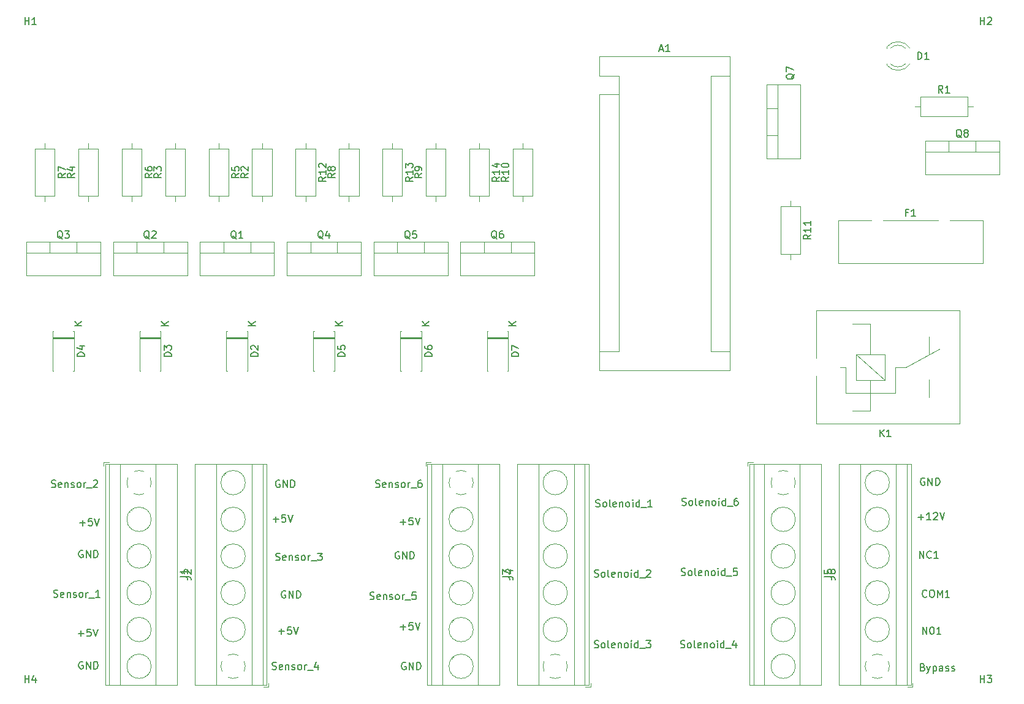
<source format=gto>
G04 #@! TF.GenerationSoftware,KiCad,Pcbnew,5.1.4*
G04 #@! TF.CreationDate,2019-11-04T19:43:57+01:00*
G04 #@! TF.ProjectId,arduino-farm,61726475-696e-46f2-9d66-61726d2e6b69,rev?*
G04 #@! TF.SameCoordinates,Original*
G04 #@! TF.FileFunction,Legend,Top*
G04 #@! TF.FilePolarity,Positive*
%FSLAX46Y46*%
G04 Gerber Fmt 4.6, Leading zero omitted, Abs format (unit mm)*
G04 Created by KiCad (PCBNEW 5.1.4) date 2019-11-04 19:43:57*
%MOMM*%
%LPD*%
G04 APERTURE LIST*
%ADD10C,0.150000*%
%ADD11C,0.120000*%
G04 APERTURE END LIST*
D10*
X183276190Y-145528571D02*
X183419047Y-145576190D01*
X183466666Y-145623809D01*
X183514285Y-145719047D01*
X183514285Y-145861904D01*
X183466666Y-145957142D01*
X183419047Y-146004761D01*
X183323809Y-146052380D01*
X182942857Y-146052380D01*
X182942857Y-145052380D01*
X183276190Y-145052380D01*
X183371428Y-145100000D01*
X183419047Y-145147619D01*
X183466666Y-145242857D01*
X183466666Y-145338095D01*
X183419047Y-145433333D01*
X183371428Y-145480952D01*
X183276190Y-145528571D01*
X182942857Y-145528571D01*
X183847619Y-145385714D02*
X184085714Y-146052380D01*
X184323809Y-145385714D02*
X184085714Y-146052380D01*
X183990476Y-146290476D01*
X183942857Y-146338095D01*
X183847619Y-146385714D01*
X184704761Y-145385714D02*
X184704761Y-146385714D01*
X184704761Y-145433333D02*
X184800000Y-145385714D01*
X184990476Y-145385714D01*
X185085714Y-145433333D01*
X185133333Y-145480952D01*
X185180952Y-145576190D01*
X185180952Y-145861904D01*
X185133333Y-145957142D01*
X185085714Y-146004761D01*
X184990476Y-146052380D01*
X184800000Y-146052380D01*
X184704761Y-146004761D01*
X186038095Y-146052380D02*
X186038095Y-145528571D01*
X185990476Y-145433333D01*
X185895238Y-145385714D01*
X185704761Y-145385714D01*
X185609523Y-145433333D01*
X186038095Y-146004761D02*
X185942857Y-146052380D01*
X185704761Y-146052380D01*
X185609523Y-146004761D01*
X185561904Y-145909523D01*
X185561904Y-145814285D01*
X185609523Y-145719047D01*
X185704761Y-145671428D01*
X185942857Y-145671428D01*
X186038095Y-145623809D01*
X186466666Y-146004761D02*
X186561904Y-146052380D01*
X186752380Y-146052380D01*
X186847619Y-146004761D01*
X186895238Y-145909523D01*
X186895238Y-145861904D01*
X186847619Y-145766666D01*
X186752380Y-145719047D01*
X186609523Y-145719047D01*
X186514285Y-145671428D01*
X186466666Y-145576190D01*
X186466666Y-145528571D01*
X186514285Y-145433333D01*
X186609523Y-145385714D01*
X186752380Y-145385714D01*
X186847619Y-145433333D01*
X187276190Y-146004761D02*
X187371428Y-146052380D01*
X187561904Y-146052380D01*
X187657142Y-146004761D01*
X187704761Y-145909523D01*
X187704761Y-145861904D01*
X187657142Y-145766666D01*
X187561904Y-145719047D01*
X187419047Y-145719047D01*
X187323809Y-145671428D01*
X187276190Y-145576190D01*
X187276190Y-145528571D01*
X187323809Y-145433333D01*
X187419047Y-145385714D01*
X187561904Y-145385714D01*
X187657142Y-145433333D01*
X183261904Y-140952380D02*
X183261904Y-139952380D01*
X183833333Y-140952380D01*
X183833333Y-139952380D01*
X184500000Y-139952380D02*
X184595238Y-139952380D01*
X184690476Y-140000000D01*
X184738095Y-140047619D01*
X184785714Y-140142857D01*
X184833333Y-140333333D01*
X184833333Y-140571428D01*
X184785714Y-140761904D01*
X184738095Y-140857142D01*
X184690476Y-140904761D01*
X184595238Y-140952380D01*
X184500000Y-140952380D01*
X184404761Y-140904761D01*
X184357142Y-140857142D01*
X184309523Y-140761904D01*
X184261904Y-140571428D01*
X184261904Y-140333333D01*
X184309523Y-140142857D01*
X184357142Y-140047619D01*
X184404761Y-140000000D01*
X184500000Y-139952380D01*
X185785714Y-140952380D02*
X185214285Y-140952380D01*
X185500000Y-140952380D02*
X185500000Y-139952380D01*
X185404761Y-140095238D01*
X185309523Y-140190476D01*
X185214285Y-140238095D01*
X183838095Y-135757142D02*
X183790476Y-135804761D01*
X183647619Y-135852380D01*
X183552380Y-135852380D01*
X183409523Y-135804761D01*
X183314285Y-135709523D01*
X183266666Y-135614285D01*
X183219047Y-135423809D01*
X183219047Y-135280952D01*
X183266666Y-135090476D01*
X183314285Y-134995238D01*
X183409523Y-134900000D01*
X183552380Y-134852380D01*
X183647619Y-134852380D01*
X183790476Y-134900000D01*
X183838095Y-134947619D01*
X184457142Y-134852380D02*
X184647619Y-134852380D01*
X184742857Y-134900000D01*
X184838095Y-134995238D01*
X184885714Y-135185714D01*
X184885714Y-135519047D01*
X184838095Y-135709523D01*
X184742857Y-135804761D01*
X184647619Y-135852380D01*
X184457142Y-135852380D01*
X184361904Y-135804761D01*
X184266666Y-135709523D01*
X184219047Y-135519047D01*
X184219047Y-135185714D01*
X184266666Y-134995238D01*
X184361904Y-134900000D01*
X184457142Y-134852380D01*
X185314285Y-135852380D02*
X185314285Y-134852380D01*
X185647619Y-135566666D01*
X185980952Y-134852380D01*
X185980952Y-135852380D01*
X186980952Y-135852380D02*
X186409523Y-135852380D01*
X186695238Y-135852380D02*
X186695238Y-134852380D01*
X186600000Y-134995238D01*
X186504761Y-135090476D01*
X186409523Y-135138095D01*
X182838095Y-130452380D02*
X182838095Y-129452380D01*
X183409523Y-130452380D01*
X183409523Y-129452380D01*
X184457142Y-130357142D02*
X184409523Y-130404761D01*
X184266666Y-130452380D01*
X184171428Y-130452380D01*
X184028571Y-130404761D01*
X183933333Y-130309523D01*
X183885714Y-130214285D01*
X183838095Y-130023809D01*
X183838095Y-129880952D01*
X183885714Y-129690476D01*
X183933333Y-129595238D01*
X184028571Y-129500000D01*
X184171428Y-129452380D01*
X184266666Y-129452380D01*
X184409523Y-129500000D01*
X184457142Y-129547619D01*
X185409523Y-130452380D02*
X184838095Y-130452380D01*
X185123809Y-130452380D02*
X185123809Y-129452380D01*
X185028571Y-129595238D01*
X184933333Y-129690476D01*
X184838095Y-129738095D01*
X182638095Y-124771428D02*
X183400000Y-124771428D01*
X183019047Y-125152380D02*
X183019047Y-124390476D01*
X184400000Y-125152380D02*
X183828571Y-125152380D01*
X184114285Y-125152380D02*
X184114285Y-124152380D01*
X184019047Y-124295238D01*
X183923809Y-124390476D01*
X183828571Y-124438095D01*
X184780952Y-124247619D02*
X184828571Y-124200000D01*
X184923809Y-124152380D01*
X185161904Y-124152380D01*
X185257142Y-124200000D01*
X185304761Y-124247619D01*
X185352380Y-124342857D01*
X185352380Y-124438095D01*
X185304761Y-124580952D01*
X184733333Y-125152380D01*
X185352380Y-125152380D01*
X185638095Y-124152380D02*
X185971428Y-125152380D01*
X186304761Y-124152380D01*
X62909523Y-120604761D02*
X63052380Y-120652380D01*
X63290476Y-120652380D01*
X63385714Y-120604761D01*
X63433333Y-120557142D01*
X63480952Y-120461904D01*
X63480952Y-120366666D01*
X63433333Y-120271428D01*
X63385714Y-120223809D01*
X63290476Y-120176190D01*
X63100000Y-120128571D01*
X63004761Y-120080952D01*
X62957142Y-120033333D01*
X62909523Y-119938095D01*
X62909523Y-119842857D01*
X62957142Y-119747619D01*
X63004761Y-119700000D01*
X63100000Y-119652380D01*
X63338095Y-119652380D01*
X63480952Y-119700000D01*
X64290476Y-120604761D02*
X64195238Y-120652380D01*
X64004761Y-120652380D01*
X63909523Y-120604761D01*
X63861904Y-120509523D01*
X63861904Y-120128571D01*
X63909523Y-120033333D01*
X64004761Y-119985714D01*
X64195238Y-119985714D01*
X64290476Y-120033333D01*
X64338095Y-120128571D01*
X64338095Y-120223809D01*
X63861904Y-120319047D01*
X64766666Y-119985714D02*
X64766666Y-120652380D01*
X64766666Y-120080952D02*
X64814285Y-120033333D01*
X64909523Y-119985714D01*
X65052380Y-119985714D01*
X65147619Y-120033333D01*
X65195238Y-120128571D01*
X65195238Y-120652380D01*
X65623809Y-120604761D02*
X65719047Y-120652380D01*
X65909523Y-120652380D01*
X66004761Y-120604761D01*
X66052380Y-120509523D01*
X66052380Y-120461904D01*
X66004761Y-120366666D01*
X65909523Y-120319047D01*
X65766666Y-120319047D01*
X65671428Y-120271428D01*
X65623809Y-120176190D01*
X65623809Y-120128571D01*
X65671428Y-120033333D01*
X65766666Y-119985714D01*
X65909523Y-119985714D01*
X66004761Y-120033333D01*
X66623809Y-120652380D02*
X66528571Y-120604761D01*
X66480952Y-120557142D01*
X66433333Y-120461904D01*
X66433333Y-120176190D01*
X66480952Y-120080952D01*
X66528571Y-120033333D01*
X66623809Y-119985714D01*
X66766666Y-119985714D01*
X66861904Y-120033333D01*
X66909523Y-120080952D01*
X66957142Y-120176190D01*
X66957142Y-120461904D01*
X66909523Y-120557142D01*
X66861904Y-120604761D01*
X66766666Y-120652380D01*
X66623809Y-120652380D01*
X67385714Y-120652380D02*
X67385714Y-119985714D01*
X67385714Y-120176190D02*
X67433333Y-120080952D01*
X67480952Y-120033333D01*
X67576190Y-119985714D01*
X67671428Y-119985714D01*
X67766666Y-120747619D02*
X68528571Y-120747619D01*
X68719047Y-119747619D02*
X68766666Y-119700000D01*
X68861904Y-119652380D01*
X69100000Y-119652380D01*
X69195238Y-119700000D01*
X69242857Y-119747619D01*
X69290476Y-119842857D01*
X69290476Y-119938095D01*
X69242857Y-120080952D01*
X68671428Y-120652380D01*
X69290476Y-120652380D01*
X63209523Y-135804761D02*
X63352380Y-135852380D01*
X63590476Y-135852380D01*
X63685714Y-135804761D01*
X63733333Y-135757142D01*
X63780952Y-135661904D01*
X63780952Y-135566666D01*
X63733333Y-135471428D01*
X63685714Y-135423809D01*
X63590476Y-135376190D01*
X63400000Y-135328571D01*
X63304761Y-135280952D01*
X63257142Y-135233333D01*
X63209523Y-135138095D01*
X63209523Y-135042857D01*
X63257142Y-134947619D01*
X63304761Y-134900000D01*
X63400000Y-134852380D01*
X63638095Y-134852380D01*
X63780952Y-134900000D01*
X64590476Y-135804761D02*
X64495238Y-135852380D01*
X64304761Y-135852380D01*
X64209523Y-135804761D01*
X64161904Y-135709523D01*
X64161904Y-135328571D01*
X64209523Y-135233333D01*
X64304761Y-135185714D01*
X64495238Y-135185714D01*
X64590476Y-135233333D01*
X64638095Y-135328571D01*
X64638095Y-135423809D01*
X64161904Y-135519047D01*
X65066666Y-135185714D02*
X65066666Y-135852380D01*
X65066666Y-135280952D02*
X65114285Y-135233333D01*
X65209523Y-135185714D01*
X65352380Y-135185714D01*
X65447619Y-135233333D01*
X65495238Y-135328571D01*
X65495238Y-135852380D01*
X65923809Y-135804761D02*
X66019047Y-135852380D01*
X66209523Y-135852380D01*
X66304761Y-135804761D01*
X66352380Y-135709523D01*
X66352380Y-135661904D01*
X66304761Y-135566666D01*
X66209523Y-135519047D01*
X66066666Y-135519047D01*
X65971428Y-135471428D01*
X65923809Y-135376190D01*
X65923809Y-135328571D01*
X65971428Y-135233333D01*
X66066666Y-135185714D01*
X66209523Y-135185714D01*
X66304761Y-135233333D01*
X66923809Y-135852380D02*
X66828571Y-135804761D01*
X66780952Y-135757142D01*
X66733333Y-135661904D01*
X66733333Y-135376190D01*
X66780952Y-135280952D01*
X66828571Y-135233333D01*
X66923809Y-135185714D01*
X67066666Y-135185714D01*
X67161904Y-135233333D01*
X67209523Y-135280952D01*
X67257142Y-135376190D01*
X67257142Y-135661904D01*
X67209523Y-135757142D01*
X67161904Y-135804761D01*
X67066666Y-135852380D01*
X66923809Y-135852380D01*
X67685714Y-135852380D02*
X67685714Y-135185714D01*
X67685714Y-135376190D02*
X67733333Y-135280952D01*
X67780952Y-135233333D01*
X67876190Y-135185714D01*
X67971428Y-135185714D01*
X68066666Y-135947619D02*
X68828571Y-135947619D01*
X69590476Y-135852380D02*
X69019047Y-135852380D01*
X69304761Y-135852380D02*
X69304761Y-134852380D01*
X69209523Y-134995238D01*
X69114285Y-135090476D01*
X69019047Y-135138095D01*
X93909523Y-130704761D02*
X94052380Y-130752380D01*
X94290476Y-130752380D01*
X94385714Y-130704761D01*
X94433333Y-130657142D01*
X94480952Y-130561904D01*
X94480952Y-130466666D01*
X94433333Y-130371428D01*
X94385714Y-130323809D01*
X94290476Y-130276190D01*
X94100000Y-130228571D01*
X94004761Y-130180952D01*
X93957142Y-130133333D01*
X93909523Y-130038095D01*
X93909523Y-129942857D01*
X93957142Y-129847619D01*
X94004761Y-129800000D01*
X94100000Y-129752380D01*
X94338095Y-129752380D01*
X94480952Y-129800000D01*
X95290476Y-130704761D02*
X95195238Y-130752380D01*
X95004761Y-130752380D01*
X94909523Y-130704761D01*
X94861904Y-130609523D01*
X94861904Y-130228571D01*
X94909523Y-130133333D01*
X95004761Y-130085714D01*
X95195238Y-130085714D01*
X95290476Y-130133333D01*
X95338095Y-130228571D01*
X95338095Y-130323809D01*
X94861904Y-130419047D01*
X95766666Y-130085714D02*
X95766666Y-130752380D01*
X95766666Y-130180952D02*
X95814285Y-130133333D01*
X95909523Y-130085714D01*
X96052380Y-130085714D01*
X96147619Y-130133333D01*
X96195238Y-130228571D01*
X96195238Y-130752380D01*
X96623809Y-130704761D02*
X96719047Y-130752380D01*
X96909523Y-130752380D01*
X97004761Y-130704761D01*
X97052380Y-130609523D01*
X97052380Y-130561904D01*
X97004761Y-130466666D01*
X96909523Y-130419047D01*
X96766666Y-130419047D01*
X96671428Y-130371428D01*
X96623809Y-130276190D01*
X96623809Y-130228571D01*
X96671428Y-130133333D01*
X96766666Y-130085714D01*
X96909523Y-130085714D01*
X97004761Y-130133333D01*
X97623809Y-130752380D02*
X97528571Y-130704761D01*
X97480952Y-130657142D01*
X97433333Y-130561904D01*
X97433333Y-130276190D01*
X97480952Y-130180952D01*
X97528571Y-130133333D01*
X97623809Y-130085714D01*
X97766666Y-130085714D01*
X97861904Y-130133333D01*
X97909523Y-130180952D01*
X97957142Y-130276190D01*
X97957142Y-130561904D01*
X97909523Y-130657142D01*
X97861904Y-130704761D01*
X97766666Y-130752380D01*
X97623809Y-130752380D01*
X98385714Y-130752380D02*
X98385714Y-130085714D01*
X98385714Y-130276190D02*
X98433333Y-130180952D01*
X98480952Y-130133333D01*
X98576190Y-130085714D01*
X98671428Y-130085714D01*
X98766666Y-130847619D02*
X99528571Y-130847619D01*
X99671428Y-129752380D02*
X100290476Y-129752380D01*
X99957142Y-130133333D01*
X100100000Y-130133333D01*
X100195238Y-130180952D01*
X100242857Y-130228571D01*
X100290476Y-130323809D01*
X100290476Y-130561904D01*
X100242857Y-130657142D01*
X100195238Y-130704761D01*
X100100000Y-130752380D01*
X99814285Y-130752380D01*
X99719047Y-130704761D01*
X99671428Y-130657142D01*
X93409523Y-145804761D02*
X93552380Y-145852380D01*
X93790476Y-145852380D01*
X93885714Y-145804761D01*
X93933333Y-145757142D01*
X93980952Y-145661904D01*
X93980952Y-145566666D01*
X93933333Y-145471428D01*
X93885714Y-145423809D01*
X93790476Y-145376190D01*
X93600000Y-145328571D01*
X93504761Y-145280952D01*
X93457142Y-145233333D01*
X93409523Y-145138095D01*
X93409523Y-145042857D01*
X93457142Y-144947619D01*
X93504761Y-144900000D01*
X93600000Y-144852380D01*
X93838095Y-144852380D01*
X93980952Y-144900000D01*
X94790476Y-145804761D02*
X94695238Y-145852380D01*
X94504761Y-145852380D01*
X94409523Y-145804761D01*
X94361904Y-145709523D01*
X94361904Y-145328571D01*
X94409523Y-145233333D01*
X94504761Y-145185714D01*
X94695238Y-145185714D01*
X94790476Y-145233333D01*
X94838095Y-145328571D01*
X94838095Y-145423809D01*
X94361904Y-145519047D01*
X95266666Y-145185714D02*
X95266666Y-145852380D01*
X95266666Y-145280952D02*
X95314285Y-145233333D01*
X95409523Y-145185714D01*
X95552380Y-145185714D01*
X95647619Y-145233333D01*
X95695238Y-145328571D01*
X95695238Y-145852380D01*
X96123809Y-145804761D02*
X96219047Y-145852380D01*
X96409523Y-145852380D01*
X96504761Y-145804761D01*
X96552380Y-145709523D01*
X96552380Y-145661904D01*
X96504761Y-145566666D01*
X96409523Y-145519047D01*
X96266666Y-145519047D01*
X96171428Y-145471428D01*
X96123809Y-145376190D01*
X96123809Y-145328571D01*
X96171428Y-145233333D01*
X96266666Y-145185714D01*
X96409523Y-145185714D01*
X96504761Y-145233333D01*
X97123809Y-145852380D02*
X97028571Y-145804761D01*
X96980952Y-145757142D01*
X96933333Y-145661904D01*
X96933333Y-145376190D01*
X96980952Y-145280952D01*
X97028571Y-145233333D01*
X97123809Y-145185714D01*
X97266666Y-145185714D01*
X97361904Y-145233333D01*
X97409523Y-145280952D01*
X97457142Y-145376190D01*
X97457142Y-145661904D01*
X97409523Y-145757142D01*
X97361904Y-145804761D01*
X97266666Y-145852380D01*
X97123809Y-145852380D01*
X97885714Y-145852380D02*
X97885714Y-145185714D01*
X97885714Y-145376190D02*
X97933333Y-145280952D01*
X97980952Y-145233333D01*
X98076190Y-145185714D01*
X98171428Y-145185714D01*
X98266666Y-145947619D02*
X99028571Y-145947619D01*
X99695238Y-145185714D02*
X99695238Y-145852380D01*
X99457142Y-144804761D02*
X99219047Y-145519047D01*
X99838095Y-145519047D01*
X106909523Y-136104761D02*
X107052380Y-136152380D01*
X107290476Y-136152380D01*
X107385714Y-136104761D01*
X107433333Y-136057142D01*
X107480952Y-135961904D01*
X107480952Y-135866666D01*
X107433333Y-135771428D01*
X107385714Y-135723809D01*
X107290476Y-135676190D01*
X107100000Y-135628571D01*
X107004761Y-135580952D01*
X106957142Y-135533333D01*
X106909523Y-135438095D01*
X106909523Y-135342857D01*
X106957142Y-135247619D01*
X107004761Y-135200000D01*
X107100000Y-135152380D01*
X107338095Y-135152380D01*
X107480952Y-135200000D01*
X108290476Y-136104761D02*
X108195238Y-136152380D01*
X108004761Y-136152380D01*
X107909523Y-136104761D01*
X107861904Y-136009523D01*
X107861904Y-135628571D01*
X107909523Y-135533333D01*
X108004761Y-135485714D01*
X108195238Y-135485714D01*
X108290476Y-135533333D01*
X108338095Y-135628571D01*
X108338095Y-135723809D01*
X107861904Y-135819047D01*
X108766666Y-135485714D02*
X108766666Y-136152380D01*
X108766666Y-135580952D02*
X108814285Y-135533333D01*
X108909523Y-135485714D01*
X109052380Y-135485714D01*
X109147619Y-135533333D01*
X109195238Y-135628571D01*
X109195238Y-136152380D01*
X109623809Y-136104761D02*
X109719047Y-136152380D01*
X109909523Y-136152380D01*
X110004761Y-136104761D01*
X110052380Y-136009523D01*
X110052380Y-135961904D01*
X110004761Y-135866666D01*
X109909523Y-135819047D01*
X109766666Y-135819047D01*
X109671428Y-135771428D01*
X109623809Y-135676190D01*
X109623809Y-135628571D01*
X109671428Y-135533333D01*
X109766666Y-135485714D01*
X109909523Y-135485714D01*
X110004761Y-135533333D01*
X110623809Y-136152380D02*
X110528571Y-136104761D01*
X110480952Y-136057142D01*
X110433333Y-135961904D01*
X110433333Y-135676190D01*
X110480952Y-135580952D01*
X110528571Y-135533333D01*
X110623809Y-135485714D01*
X110766666Y-135485714D01*
X110861904Y-135533333D01*
X110909523Y-135580952D01*
X110957142Y-135676190D01*
X110957142Y-135961904D01*
X110909523Y-136057142D01*
X110861904Y-136104761D01*
X110766666Y-136152380D01*
X110623809Y-136152380D01*
X111385714Y-136152380D02*
X111385714Y-135485714D01*
X111385714Y-135676190D02*
X111433333Y-135580952D01*
X111480952Y-135533333D01*
X111576190Y-135485714D01*
X111671428Y-135485714D01*
X111766666Y-136247619D02*
X112528571Y-136247619D01*
X113242857Y-135152380D02*
X112766666Y-135152380D01*
X112719047Y-135628571D01*
X112766666Y-135580952D01*
X112861904Y-135533333D01*
X113100000Y-135533333D01*
X113195238Y-135580952D01*
X113242857Y-135628571D01*
X113290476Y-135723809D01*
X113290476Y-135961904D01*
X113242857Y-136057142D01*
X113195238Y-136104761D01*
X113100000Y-136152380D01*
X112861904Y-136152380D01*
X112766666Y-136104761D01*
X112719047Y-136057142D01*
X107709523Y-120604761D02*
X107852380Y-120652380D01*
X108090476Y-120652380D01*
X108185714Y-120604761D01*
X108233333Y-120557142D01*
X108280952Y-120461904D01*
X108280952Y-120366666D01*
X108233333Y-120271428D01*
X108185714Y-120223809D01*
X108090476Y-120176190D01*
X107900000Y-120128571D01*
X107804761Y-120080952D01*
X107757142Y-120033333D01*
X107709523Y-119938095D01*
X107709523Y-119842857D01*
X107757142Y-119747619D01*
X107804761Y-119700000D01*
X107900000Y-119652380D01*
X108138095Y-119652380D01*
X108280952Y-119700000D01*
X109090476Y-120604761D02*
X108995238Y-120652380D01*
X108804761Y-120652380D01*
X108709523Y-120604761D01*
X108661904Y-120509523D01*
X108661904Y-120128571D01*
X108709523Y-120033333D01*
X108804761Y-119985714D01*
X108995238Y-119985714D01*
X109090476Y-120033333D01*
X109138095Y-120128571D01*
X109138095Y-120223809D01*
X108661904Y-120319047D01*
X109566666Y-119985714D02*
X109566666Y-120652380D01*
X109566666Y-120080952D02*
X109614285Y-120033333D01*
X109709523Y-119985714D01*
X109852380Y-119985714D01*
X109947619Y-120033333D01*
X109995238Y-120128571D01*
X109995238Y-120652380D01*
X110423809Y-120604761D02*
X110519047Y-120652380D01*
X110709523Y-120652380D01*
X110804761Y-120604761D01*
X110852380Y-120509523D01*
X110852380Y-120461904D01*
X110804761Y-120366666D01*
X110709523Y-120319047D01*
X110566666Y-120319047D01*
X110471428Y-120271428D01*
X110423809Y-120176190D01*
X110423809Y-120128571D01*
X110471428Y-120033333D01*
X110566666Y-119985714D01*
X110709523Y-119985714D01*
X110804761Y-120033333D01*
X111423809Y-120652380D02*
X111328571Y-120604761D01*
X111280952Y-120557142D01*
X111233333Y-120461904D01*
X111233333Y-120176190D01*
X111280952Y-120080952D01*
X111328571Y-120033333D01*
X111423809Y-119985714D01*
X111566666Y-119985714D01*
X111661904Y-120033333D01*
X111709523Y-120080952D01*
X111757142Y-120176190D01*
X111757142Y-120461904D01*
X111709523Y-120557142D01*
X111661904Y-120604761D01*
X111566666Y-120652380D01*
X111423809Y-120652380D01*
X112185714Y-120652380D02*
X112185714Y-119985714D01*
X112185714Y-120176190D02*
X112233333Y-120080952D01*
X112280952Y-120033333D01*
X112376190Y-119985714D01*
X112471428Y-119985714D01*
X112566666Y-120747619D02*
X113328571Y-120747619D01*
X113995238Y-119652380D02*
X113804761Y-119652380D01*
X113709523Y-119700000D01*
X113661904Y-119747619D01*
X113566666Y-119890476D01*
X113519047Y-120080952D01*
X113519047Y-120461904D01*
X113566666Y-120557142D01*
X113614285Y-120604761D01*
X113709523Y-120652380D01*
X113900000Y-120652380D01*
X113995238Y-120604761D01*
X114042857Y-120557142D01*
X114090476Y-120461904D01*
X114090476Y-120223809D01*
X114042857Y-120128571D01*
X113995238Y-120080952D01*
X113900000Y-120033333D01*
X113709523Y-120033333D01*
X113614285Y-120080952D01*
X113566666Y-120128571D01*
X113519047Y-120223809D01*
X111114285Y-125471428D02*
X111876190Y-125471428D01*
X111495238Y-125852380D02*
X111495238Y-125090476D01*
X112828571Y-124852380D02*
X112352380Y-124852380D01*
X112304761Y-125328571D01*
X112352380Y-125280952D01*
X112447619Y-125233333D01*
X112685714Y-125233333D01*
X112780952Y-125280952D01*
X112828571Y-125328571D01*
X112876190Y-125423809D01*
X112876190Y-125661904D01*
X112828571Y-125757142D01*
X112780952Y-125804761D01*
X112685714Y-125852380D01*
X112447619Y-125852380D01*
X112352380Y-125804761D01*
X112304761Y-125757142D01*
X113161904Y-124852380D02*
X113495238Y-125852380D01*
X113828571Y-124852380D01*
X111114285Y-139971428D02*
X111876190Y-139971428D01*
X111495238Y-140352380D02*
X111495238Y-139590476D01*
X112828571Y-139352380D02*
X112352380Y-139352380D01*
X112304761Y-139828571D01*
X112352380Y-139780952D01*
X112447619Y-139733333D01*
X112685714Y-139733333D01*
X112780952Y-139780952D01*
X112828571Y-139828571D01*
X112876190Y-139923809D01*
X112876190Y-140161904D01*
X112828571Y-140257142D01*
X112780952Y-140304761D01*
X112685714Y-140352380D01*
X112447619Y-140352380D01*
X112352380Y-140304761D01*
X112304761Y-140257142D01*
X113161904Y-139352380D02*
X113495238Y-140352380D01*
X113828571Y-139352380D01*
X93514285Y-125071428D02*
X94276190Y-125071428D01*
X93895238Y-125452380D02*
X93895238Y-124690476D01*
X95228571Y-124452380D02*
X94752380Y-124452380D01*
X94704761Y-124928571D01*
X94752380Y-124880952D01*
X94847619Y-124833333D01*
X95085714Y-124833333D01*
X95180952Y-124880952D01*
X95228571Y-124928571D01*
X95276190Y-125023809D01*
X95276190Y-125261904D01*
X95228571Y-125357142D01*
X95180952Y-125404761D01*
X95085714Y-125452380D01*
X94847619Y-125452380D01*
X94752380Y-125404761D01*
X94704761Y-125357142D01*
X95561904Y-124452380D02*
X95895238Y-125452380D01*
X96228571Y-124452380D01*
X94314285Y-140571428D02*
X95076190Y-140571428D01*
X94695238Y-140952380D02*
X94695238Y-140190476D01*
X96028571Y-139952380D02*
X95552380Y-139952380D01*
X95504761Y-140428571D01*
X95552380Y-140380952D01*
X95647619Y-140333333D01*
X95885714Y-140333333D01*
X95980952Y-140380952D01*
X96028571Y-140428571D01*
X96076190Y-140523809D01*
X96076190Y-140761904D01*
X96028571Y-140857142D01*
X95980952Y-140904761D01*
X95885714Y-140952380D01*
X95647619Y-140952380D01*
X95552380Y-140904761D01*
X95504761Y-140857142D01*
X96361904Y-139952380D02*
X96695238Y-140952380D01*
X97028571Y-139952380D01*
X66614285Y-140871428D02*
X67376190Y-140871428D01*
X66995238Y-141252380D02*
X66995238Y-140490476D01*
X68328571Y-140252380D02*
X67852380Y-140252380D01*
X67804761Y-140728571D01*
X67852380Y-140680952D01*
X67947619Y-140633333D01*
X68185714Y-140633333D01*
X68280952Y-140680952D01*
X68328571Y-140728571D01*
X68376190Y-140823809D01*
X68376190Y-141061904D01*
X68328571Y-141157142D01*
X68280952Y-141204761D01*
X68185714Y-141252380D01*
X67947619Y-141252380D01*
X67852380Y-141204761D01*
X67804761Y-141157142D01*
X68661904Y-140252380D02*
X68995238Y-141252380D01*
X69328571Y-140252380D01*
X66814285Y-125571428D02*
X67576190Y-125571428D01*
X67195238Y-125952380D02*
X67195238Y-125190476D01*
X68528571Y-124952380D02*
X68052380Y-124952380D01*
X68004761Y-125428571D01*
X68052380Y-125380952D01*
X68147619Y-125333333D01*
X68385714Y-125333333D01*
X68480952Y-125380952D01*
X68528571Y-125428571D01*
X68576190Y-125523809D01*
X68576190Y-125761904D01*
X68528571Y-125857142D01*
X68480952Y-125904761D01*
X68385714Y-125952380D01*
X68147619Y-125952380D01*
X68052380Y-125904761D01*
X68004761Y-125857142D01*
X68861904Y-124952380D02*
X69195238Y-125952380D01*
X69528571Y-124952380D01*
X67238095Y-129400000D02*
X67142857Y-129352380D01*
X67000000Y-129352380D01*
X66857142Y-129400000D01*
X66761904Y-129495238D01*
X66714285Y-129590476D01*
X66666666Y-129780952D01*
X66666666Y-129923809D01*
X66714285Y-130114285D01*
X66761904Y-130209523D01*
X66857142Y-130304761D01*
X67000000Y-130352380D01*
X67095238Y-130352380D01*
X67238095Y-130304761D01*
X67285714Y-130257142D01*
X67285714Y-129923809D01*
X67095238Y-129923809D01*
X67714285Y-130352380D02*
X67714285Y-129352380D01*
X68285714Y-130352380D01*
X68285714Y-129352380D01*
X68761904Y-130352380D02*
X68761904Y-129352380D01*
X69000000Y-129352380D01*
X69142857Y-129400000D01*
X69238095Y-129495238D01*
X69285714Y-129590476D01*
X69333333Y-129780952D01*
X69333333Y-129923809D01*
X69285714Y-130114285D01*
X69238095Y-130209523D01*
X69142857Y-130304761D01*
X69000000Y-130352380D01*
X68761904Y-130352380D01*
X67238095Y-144800000D02*
X67142857Y-144752380D01*
X67000000Y-144752380D01*
X66857142Y-144800000D01*
X66761904Y-144895238D01*
X66714285Y-144990476D01*
X66666666Y-145180952D01*
X66666666Y-145323809D01*
X66714285Y-145514285D01*
X66761904Y-145609523D01*
X66857142Y-145704761D01*
X67000000Y-145752380D01*
X67095238Y-145752380D01*
X67238095Y-145704761D01*
X67285714Y-145657142D01*
X67285714Y-145323809D01*
X67095238Y-145323809D01*
X67714285Y-145752380D02*
X67714285Y-144752380D01*
X68285714Y-145752380D01*
X68285714Y-144752380D01*
X68761904Y-145752380D02*
X68761904Y-144752380D01*
X69000000Y-144752380D01*
X69142857Y-144800000D01*
X69238095Y-144895238D01*
X69285714Y-144990476D01*
X69333333Y-145180952D01*
X69333333Y-145323809D01*
X69285714Y-145514285D01*
X69238095Y-145609523D01*
X69142857Y-145704761D01*
X69000000Y-145752380D01*
X68761904Y-145752380D01*
X94438095Y-119700000D02*
X94342857Y-119652380D01*
X94200000Y-119652380D01*
X94057142Y-119700000D01*
X93961904Y-119795238D01*
X93914285Y-119890476D01*
X93866666Y-120080952D01*
X93866666Y-120223809D01*
X93914285Y-120414285D01*
X93961904Y-120509523D01*
X94057142Y-120604761D01*
X94200000Y-120652380D01*
X94295238Y-120652380D01*
X94438095Y-120604761D01*
X94485714Y-120557142D01*
X94485714Y-120223809D01*
X94295238Y-120223809D01*
X94914285Y-120652380D02*
X94914285Y-119652380D01*
X95485714Y-120652380D01*
X95485714Y-119652380D01*
X95961904Y-120652380D02*
X95961904Y-119652380D01*
X96200000Y-119652380D01*
X96342857Y-119700000D01*
X96438095Y-119795238D01*
X96485714Y-119890476D01*
X96533333Y-120080952D01*
X96533333Y-120223809D01*
X96485714Y-120414285D01*
X96438095Y-120509523D01*
X96342857Y-120604761D01*
X96200000Y-120652380D01*
X95961904Y-120652380D01*
X95238095Y-135000000D02*
X95142857Y-134952380D01*
X95000000Y-134952380D01*
X94857142Y-135000000D01*
X94761904Y-135095238D01*
X94714285Y-135190476D01*
X94666666Y-135380952D01*
X94666666Y-135523809D01*
X94714285Y-135714285D01*
X94761904Y-135809523D01*
X94857142Y-135904761D01*
X95000000Y-135952380D01*
X95095238Y-135952380D01*
X95238095Y-135904761D01*
X95285714Y-135857142D01*
X95285714Y-135523809D01*
X95095238Y-135523809D01*
X95714285Y-135952380D02*
X95714285Y-134952380D01*
X96285714Y-135952380D01*
X96285714Y-134952380D01*
X96761904Y-135952380D02*
X96761904Y-134952380D01*
X97000000Y-134952380D01*
X97142857Y-135000000D01*
X97238095Y-135095238D01*
X97285714Y-135190476D01*
X97333333Y-135380952D01*
X97333333Y-135523809D01*
X97285714Y-135714285D01*
X97238095Y-135809523D01*
X97142857Y-135904761D01*
X97000000Y-135952380D01*
X96761904Y-135952380D01*
X111838095Y-144900000D02*
X111742857Y-144852380D01*
X111600000Y-144852380D01*
X111457142Y-144900000D01*
X111361904Y-144995238D01*
X111314285Y-145090476D01*
X111266666Y-145280952D01*
X111266666Y-145423809D01*
X111314285Y-145614285D01*
X111361904Y-145709523D01*
X111457142Y-145804761D01*
X111600000Y-145852380D01*
X111695238Y-145852380D01*
X111838095Y-145804761D01*
X111885714Y-145757142D01*
X111885714Y-145423809D01*
X111695238Y-145423809D01*
X112314285Y-145852380D02*
X112314285Y-144852380D01*
X112885714Y-145852380D01*
X112885714Y-144852380D01*
X113361904Y-145852380D02*
X113361904Y-144852380D01*
X113600000Y-144852380D01*
X113742857Y-144900000D01*
X113838095Y-144995238D01*
X113885714Y-145090476D01*
X113933333Y-145280952D01*
X113933333Y-145423809D01*
X113885714Y-145614285D01*
X113838095Y-145709523D01*
X113742857Y-145804761D01*
X113600000Y-145852380D01*
X113361904Y-145852380D01*
X110938095Y-129600000D02*
X110842857Y-129552380D01*
X110700000Y-129552380D01*
X110557142Y-129600000D01*
X110461904Y-129695238D01*
X110414285Y-129790476D01*
X110366666Y-129980952D01*
X110366666Y-130123809D01*
X110414285Y-130314285D01*
X110461904Y-130409523D01*
X110557142Y-130504761D01*
X110700000Y-130552380D01*
X110795238Y-130552380D01*
X110938095Y-130504761D01*
X110985714Y-130457142D01*
X110985714Y-130123809D01*
X110795238Y-130123809D01*
X111414285Y-130552380D02*
X111414285Y-129552380D01*
X111985714Y-130552380D01*
X111985714Y-129552380D01*
X112461904Y-130552380D02*
X112461904Y-129552380D01*
X112700000Y-129552380D01*
X112842857Y-129600000D01*
X112938095Y-129695238D01*
X112985714Y-129790476D01*
X113033333Y-129980952D01*
X113033333Y-130123809D01*
X112985714Y-130314285D01*
X112938095Y-130409523D01*
X112842857Y-130504761D01*
X112700000Y-130552380D01*
X112461904Y-130552380D01*
X183538095Y-119400000D02*
X183442857Y-119352380D01*
X183300000Y-119352380D01*
X183157142Y-119400000D01*
X183061904Y-119495238D01*
X183014285Y-119590476D01*
X182966666Y-119780952D01*
X182966666Y-119923809D01*
X183014285Y-120114285D01*
X183061904Y-120209523D01*
X183157142Y-120304761D01*
X183300000Y-120352380D01*
X183395238Y-120352380D01*
X183538095Y-120304761D01*
X183585714Y-120257142D01*
X183585714Y-119923809D01*
X183395238Y-119923809D01*
X184014285Y-120352380D02*
X184014285Y-119352380D01*
X184585714Y-120352380D01*
X184585714Y-119352380D01*
X185061904Y-120352380D02*
X185061904Y-119352380D01*
X185300000Y-119352380D01*
X185442857Y-119400000D01*
X185538095Y-119495238D01*
X185585714Y-119590476D01*
X185633333Y-119780952D01*
X185633333Y-119923809D01*
X185585714Y-120114285D01*
X185538095Y-120209523D01*
X185442857Y-120304761D01*
X185300000Y-120352380D01*
X185061904Y-120352380D01*
X137919047Y-142804761D02*
X138061904Y-142852380D01*
X138300000Y-142852380D01*
X138395238Y-142804761D01*
X138442857Y-142757142D01*
X138490476Y-142661904D01*
X138490476Y-142566666D01*
X138442857Y-142471428D01*
X138395238Y-142423809D01*
X138300000Y-142376190D01*
X138109523Y-142328571D01*
X138014285Y-142280952D01*
X137966666Y-142233333D01*
X137919047Y-142138095D01*
X137919047Y-142042857D01*
X137966666Y-141947619D01*
X138014285Y-141900000D01*
X138109523Y-141852380D01*
X138347619Y-141852380D01*
X138490476Y-141900000D01*
X139061904Y-142852380D02*
X138966666Y-142804761D01*
X138919047Y-142757142D01*
X138871428Y-142661904D01*
X138871428Y-142376190D01*
X138919047Y-142280952D01*
X138966666Y-142233333D01*
X139061904Y-142185714D01*
X139204761Y-142185714D01*
X139300000Y-142233333D01*
X139347619Y-142280952D01*
X139395238Y-142376190D01*
X139395238Y-142661904D01*
X139347619Y-142757142D01*
X139300000Y-142804761D01*
X139204761Y-142852380D01*
X139061904Y-142852380D01*
X139966666Y-142852380D02*
X139871428Y-142804761D01*
X139823809Y-142709523D01*
X139823809Y-141852380D01*
X140728571Y-142804761D02*
X140633333Y-142852380D01*
X140442857Y-142852380D01*
X140347619Y-142804761D01*
X140300000Y-142709523D01*
X140300000Y-142328571D01*
X140347619Y-142233333D01*
X140442857Y-142185714D01*
X140633333Y-142185714D01*
X140728571Y-142233333D01*
X140776190Y-142328571D01*
X140776190Y-142423809D01*
X140300000Y-142519047D01*
X141204761Y-142185714D02*
X141204761Y-142852380D01*
X141204761Y-142280952D02*
X141252380Y-142233333D01*
X141347619Y-142185714D01*
X141490476Y-142185714D01*
X141585714Y-142233333D01*
X141633333Y-142328571D01*
X141633333Y-142852380D01*
X142252380Y-142852380D02*
X142157142Y-142804761D01*
X142109523Y-142757142D01*
X142061904Y-142661904D01*
X142061904Y-142376190D01*
X142109523Y-142280952D01*
X142157142Y-142233333D01*
X142252380Y-142185714D01*
X142395238Y-142185714D01*
X142490476Y-142233333D01*
X142538095Y-142280952D01*
X142585714Y-142376190D01*
X142585714Y-142661904D01*
X142538095Y-142757142D01*
X142490476Y-142804761D01*
X142395238Y-142852380D01*
X142252380Y-142852380D01*
X143014285Y-142852380D02*
X143014285Y-142185714D01*
X143014285Y-141852380D02*
X142966666Y-141900000D01*
X143014285Y-141947619D01*
X143061904Y-141900000D01*
X143014285Y-141852380D01*
X143014285Y-141947619D01*
X143919047Y-142852380D02*
X143919047Y-141852380D01*
X143919047Y-142804761D02*
X143823809Y-142852380D01*
X143633333Y-142852380D01*
X143538095Y-142804761D01*
X143490476Y-142757142D01*
X143442857Y-142661904D01*
X143442857Y-142376190D01*
X143490476Y-142280952D01*
X143538095Y-142233333D01*
X143633333Y-142185714D01*
X143823809Y-142185714D01*
X143919047Y-142233333D01*
X144157142Y-142947619D02*
X144919047Y-142947619D01*
X145061904Y-141852380D02*
X145680952Y-141852380D01*
X145347619Y-142233333D01*
X145490476Y-142233333D01*
X145585714Y-142280952D01*
X145633333Y-142328571D01*
X145680952Y-142423809D01*
X145680952Y-142661904D01*
X145633333Y-142757142D01*
X145585714Y-142804761D01*
X145490476Y-142852380D01*
X145204761Y-142852380D01*
X145109523Y-142804761D01*
X145061904Y-142757142D01*
X137919047Y-133004761D02*
X138061904Y-133052380D01*
X138300000Y-133052380D01*
X138395238Y-133004761D01*
X138442857Y-132957142D01*
X138490476Y-132861904D01*
X138490476Y-132766666D01*
X138442857Y-132671428D01*
X138395238Y-132623809D01*
X138300000Y-132576190D01*
X138109523Y-132528571D01*
X138014285Y-132480952D01*
X137966666Y-132433333D01*
X137919047Y-132338095D01*
X137919047Y-132242857D01*
X137966666Y-132147619D01*
X138014285Y-132100000D01*
X138109523Y-132052380D01*
X138347619Y-132052380D01*
X138490476Y-132100000D01*
X139061904Y-133052380D02*
X138966666Y-133004761D01*
X138919047Y-132957142D01*
X138871428Y-132861904D01*
X138871428Y-132576190D01*
X138919047Y-132480952D01*
X138966666Y-132433333D01*
X139061904Y-132385714D01*
X139204761Y-132385714D01*
X139300000Y-132433333D01*
X139347619Y-132480952D01*
X139395238Y-132576190D01*
X139395238Y-132861904D01*
X139347619Y-132957142D01*
X139300000Y-133004761D01*
X139204761Y-133052380D01*
X139061904Y-133052380D01*
X139966666Y-133052380D02*
X139871428Y-133004761D01*
X139823809Y-132909523D01*
X139823809Y-132052380D01*
X140728571Y-133004761D02*
X140633333Y-133052380D01*
X140442857Y-133052380D01*
X140347619Y-133004761D01*
X140300000Y-132909523D01*
X140300000Y-132528571D01*
X140347619Y-132433333D01*
X140442857Y-132385714D01*
X140633333Y-132385714D01*
X140728571Y-132433333D01*
X140776190Y-132528571D01*
X140776190Y-132623809D01*
X140300000Y-132719047D01*
X141204761Y-132385714D02*
X141204761Y-133052380D01*
X141204761Y-132480952D02*
X141252380Y-132433333D01*
X141347619Y-132385714D01*
X141490476Y-132385714D01*
X141585714Y-132433333D01*
X141633333Y-132528571D01*
X141633333Y-133052380D01*
X142252380Y-133052380D02*
X142157142Y-133004761D01*
X142109523Y-132957142D01*
X142061904Y-132861904D01*
X142061904Y-132576190D01*
X142109523Y-132480952D01*
X142157142Y-132433333D01*
X142252380Y-132385714D01*
X142395238Y-132385714D01*
X142490476Y-132433333D01*
X142538095Y-132480952D01*
X142585714Y-132576190D01*
X142585714Y-132861904D01*
X142538095Y-132957142D01*
X142490476Y-133004761D01*
X142395238Y-133052380D01*
X142252380Y-133052380D01*
X143014285Y-133052380D02*
X143014285Y-132385714D01*
X143014285Y-132052380D02*
X142966666Y-132100000D01*
X143014285Y-132147619D01*
X143061904Y-132100000D01*
X143014285Y-132052380D01*
X143014285Y-132147619D01*
X143919047Y-133052380D02*
X143919047Y-132052380D01*
X143919047Y-133004761D02*
X143823809Y-133052380D01*
X143633333Y-133052380D01*
X143538095Y-133004761D01*
X143490476Y-132957142D01*
X143442857Y-132861904D01*
X143442857Y-132576190D01*
X143490476Y-132480952D01*
X143538095Y-132433333D01*
X143633333Y-132385714D01*
X143823809Y-132385714D01*
X143919047Y-132433333D01*
X144157142Y-133147619D02*
X144919047Y-133147619D01*
X145109523Y-132147619D02*
X145157142Y-132100000D01*
X145252380Y-132052380D01*
X145490476Y-132052380D01*
X145585714Y-132100000D01*
X145633333Y-132147619D01*
X145680952Y-132242857D01*
X145680952Y-132338095D01*
X145633333Y-132480952D01*
X145061904Y-133052380D01*
X145680952Y-133052380D01*
X138119047Y-123304761D02*
X138261904Y-123352380D01*
X138500000Y-123352380D01*
X138595238Y-123304761D01*
X138642857Y-123257142D01*
X138690476Y-123161904D01*
X138690476Y-123066666D01*
X138642857Y-122971428D01*
X138595238Y-122923809D01*
X138500000Y-122876190D01*
X138309523Y-122828571D01*
X138214285Y-122780952D01*
X138166666Y-122733333D01*
X138119047Y-122638095D01*
X138119047Y-122542857D01*
X138166666Y-122447619D01*
X138214285Y-122400000D01*
X138309523Y-122352380D01*
X138547619Y-122352380D01*
X138690476Y-122400000D01*
X139261904Y-123352380D02*
X139166666Y-123304761D01*
X139119047Y-123257142D01*
X139071428Y-123161904D01*
X139071428Y-122876190D01*
X139119047Y-122780952D01*
X139166666Y-122733333D01*
X139261904Y-122685714D01*
X139404761Y-122685714D01*
X139500000Y-122733333D01*
X139547619Y-122780952D01*
X139595238Y-122876190D01*
X139595238Y-123161904D01*
X139547619Y-123257142D01*
X139500000Y-123304761D01*
X139404761Y-123352380D01*
X139261904Y-123352380D01*
X140166666Y-123352380D02*
X140071428Y-123304761D01*
X140023809Y-123209523D01*
X140023809Y-122352380D01*
X140928571Y-123304761D02*
X140833333Y-123352380D01*
X140642857Y-123352380D01*
X140547619Y-123304761D01*
X140500000Y-123209523D01*
X140500000Y-122828571D01*
X140547619Y-122733333D01*
X140642857Y-122685714D01*
X140833333Y-122685714D01*
X140928571Y-122733333D01*
X140976190Y-122828571D01*
X140976190Y-122923809D01*
X140500000Y-123019047D01*
X141404761Y-122685714D02*
X141404761Y-123352380D01*
X141404761Y-122780952D02*
X141452380Y-122733333D01*
X141547619Y-122685714D01*
X141690476Y-122685714D01*
X141785714Y-122733333D01*
X141833333Y-122828571D01*
X141833333Y-123352380D01*
X142452380Y-123352380D02*
X142357142Y-123304761D01*
X142309523Y-123257142D01*
X142261904Y-123161904D01*
X142261904Y-122876190D01*
X142309523Y-122780952D01*
X142357142Y-122733333D01*
X142452380Y-122685714D01*
X142595238Y-122685714D01*
X142690476Y-122733333D01*
X142738095Y-122780952D01*
X142785714Y-122876190D01*
X142785714Y-123161904D01*
X142738095Y-123257142D01*
X142690476Y-123304761D01*
X142595238Y-123352380D01*
X142452380Y-123352380D01*
X143214285Y-123352380D02*
X143214285Y-122685714D01*
X143214285Y-122352380D02*
X143166666Y-122400000D01*
X143214285Y-122447619D01*
X143261904Y-122400000D01*
X143214285Y-122352380D01*
X143214285Y-122447619D01*
X144119047Y-123352380D02*
X144119047Y-122352380D01*
X144119047Y-123304761D02*
X144023809Y-123352380D01*
X143833333Y-123352380D01*
X143738095Y-123304761D01*
X143690476Y-123257142D01*
X143642857Y-123161904D01*
X143642857Y-122876190D01*
X143690476Y-122780952D01*
X143738095Y-122733333D01*
X143833333Y-122685714D01*
X144023809Y-122685714D01*
X144119047Y-122733333D01*
X144357142Y-123447619D02*
X145119047Y-123447619D01*
X145880952Y-123352380D02*
X145309523Y-123352380D01*
X145595238Y-123352380D02*
X145595238Y-122352380D01*
X145500000Y-122495238D01*
X145404761Y-122590476D01*
X145309523Y-122638095D01*
X149819047Y-142804761D02*
X149961904Y-142852380D01*
X150200000Y-142852380D01*
X150295238Y-142804761D01*
X150342857Y-142757142D01*
X150390476Y-142661904D01*
X150390476Y-142566666D01*
X150342857Y-142471428D01*
X150295238Y-142423809D01*
X150200000Y-142376190D01*
X150009523Y-142328571D01*
X149914285Y-142280952D01*
X149866666Y-142233333D01*
X149819047Y-142138095D01*
X149819047Y-142042857D01*
X149866666Y-141947619D01*
X149914285Y-141900000D01*
X150009523Y-141852380D01*
X150247619Y-141852380D01*
X150390476Y-141900000D01*
X150961904Y-142852380D02*
X150866666Y-142804761D01*
X150819047Y-142757142D01*
X150771428Y-142661904D01*
X150771428Y-142376190D01*
X150819047Y-142280952D01*
X150866666Y-142233333D01*
X150961904Y-142185714D01*
X151104761Y-142185714D01*
X151200000Y-142233333D01*
X151247619Y-142280952D01*
X151295238Y-142376190D01*
X151295238Y-142661904D01*
X151247619Y-142757142D01*
X151200000Y-142804761D01*
X151104761Y-142852380D01*
X150961904Y-142852380D01*
X151866666Y-142852380D02*
X151771428Y-142804761D01*
X151723809Y-142709523D01*
X151723809Y-141852380D01*
X152628571Y-142804761D02*
X152533333Y-142852380D01*
X152342857Y-142852380D01*
X152247619Y-142804761D01*
X152200000Y-142709523D01*
X152200000Y-142328571D01*
X152247619Y-142233333D01*
X152342857Y-142185714D01*
X152533333Y-142185714D01*
X152628571Y-142233333D01*
X152676190Y-142328571D01*
X152676190Y-142423809D01*
X152200000Y-142519047D01*
X153104761Y-142185714D02*
X153104761Y-142852380D01*
X153104761Y-142280952D02*
X153152380Y-142233333D01*
X153247619Y-142185714D01*
X153390476Y-142185714D01*
X153485714Y-142233333D01*
X153533333Y-142328571D01*
X153533333Y-142852380D01*
X154152380Y-142852380D02*
X154057142Y-142804761D01*
X154009523Y-142757142D01*
X153961904Y-142661904D01*
X153961904Y-142376190D01*
X154009523Y-142280952D01*
X154057142Y-142233333D01*
X154152380Y-142185714D01*
X154295238Y-142185714D01*
X154390476Y-142233333D01*
X154438095Y-142280952D01*
X154485714Y-142376190D01*
X154485714Y-142661904D01*
X154438095Y-142757142D01*
X154390476Y-142804761D01*
X154295238Y-142852380D01*
X154152380Y-142852380D01*
X154914285Y-142852380D02*
X154914285Y-142185714D01*
X154914285Y-141852380D02*
X154866666Y-141900000D01*
X154914285Y-141947619D01*
X154961904Y-141900000D01*
X154914285Y-141852380D01*
X154914285Y-141947619D01*
X155819047Y-142852380D02*
X155819047Y-141852380D01*
X155819047Y-142804761D02*
X155723809Y-142852380D01*
X155533333Y-142852380D01*
X155438095Y-142804761D01*
X155390476Y-142757142D01*
X155342857Y-142661904D01*
X155342857Y-142376190D01*
X155390476Y-142280952D01*
X155438095Y-142233333D01*
X155533333Y-142185714D01*
X155723809Y-142185714D01*
X155819047Y-142233333D01*
X156057142Y-142947619D02*
X156819047Y-142947619D01*
X157485714Y-142185714D02*
X157485714Y-142852380D01*
X157247619Y-141804761D02*
X157009523Y-142519047D01*
X157628571Y-142519047D01*
X149919047Y-132804761D02*
X150061904Y-132852380D01*
X150300000Y-132852380D01*
X150395238Y-132804761D01*
X150442857Y-132757142D01*
X150490476Y-132661904D01*
X150490476Y-132566666D01*
X150442857Y-132471428D01*
X150395238Y-132423809D01*
X150300000Y-132376190D01*
X150109523Y-132328571D01*
X150014285Y-132280952D01*
X149966666Y-132233333D01*
X149919047Y-132138095D01*
X149919047Y-132042857D01*
X149966666Y-131947619D01*
X150014285Y-131900000D01*
X150109523Y-131852380D01*
X150347619Y-131852380D01*
X150490476Y-131900000D01*
X151061904Y-132852380D02*
X150966666Y-132804761D01*
X150919047Y-132757142D01*
X150871428Y-132661904D01*
X150871428Y-132376190D01*
X150919047Y-132280952D01*
X150966666Y-132233333D01*
X151061904Y-132185714D01*
X151204761Y-132185714D01*
X151300000Y-132233333D01*
X151347619Y-132280952D01*
X151395238Y-132376190D01*
X151395238Y-132661904D01*
X151347619Y-132757142D01*
X151300000Y-132804761D01*
X151204761Y-132852380D01*
X151061904Y-132852380D01*
X151966666Y-132852380D02*
X151871428Y-132804761D01*
X151823809Y-132709523D01*
X151823809Y-131852380D01*
X152728571Y-132804761D02*
X152633333Y-132852380D01*
X152442857Y-132852380D01*
X152347619Y-132804761D01*
X152300000Y-132709523D01*
X152300000Y-132328571D01*
X152347619Y-132233333D01*
X152442857Y-132185714D01*
X152633333Y-132185714D01*
X152728571Y-132233333D01*
X152776190Y-132328571D01*
X152776190Y-132423809D01*
X152300000Y-132519047D01*
X153204761Y-132185714D02*
X153204761Y-132852380D01*
X153204761Y-132280952D02*
X153252380Y-132233333D01*
X153347619Y-132185714D01*
X153490476Y-132185714D01*
X153585714Y-132233333D01*
X153633333Y-132328571D01*
X153633333Y-132852380D01*
X154252380Y-132852380D02*
X154157142Y-132804761D01*
X154109523Y-132757142D01*
X154061904Y-132661904D01*
X154061904Y-132376190D01*
X154109523Y-132280952D01*
X154157142Y-132233333D01*
X154252380Y-132185714D01*
X154395238Y-132185714D01*
X154490476Y-132233333D01*
X154538095Y-132280952D01*
X154585714Y-132376190D01*
X154585714Y-132661904D01*
X154538095Y-132757142D01*
X154490476Y-132804761D01*
X154395238Y-132852380D01*
X154252380Y-132852380D01*
X155014285Y-132852380D02*
X155014285Y-132185714D01*
X155014285Y-131852380D02*
X154966666Y-131900000D01*
X155014285Y-131947619D01*
X155061904Y-131900000D01*
X155014285Y-131852380D01*
X155014285Y-131947619D01*
X155919047Y-132852380D02*
X155919047Y-131852380D01*
X155919047Y-132804761D02*
X155823809Y-132852380D01*
X155633333Y-132852380D01*
X155538095Y-132804761D01*
X155490476Y-132757142D01*
X155442857Y-132661904D01*
X155442857Y-132376190D01*
X155490476Y-132280952D01*
X155538095Y-132233333D01*
X155633333Y-132185714D01*
X155823809Y-132185714D01*
X155919047Y-132233333D01*
X156157142Y-132947619D02*
X156919047Y-132947619D01*
X157633333Y-131852380D02*
X157157142Y-131852380D01*
X157109523Y-132328571D01*
X157157142Y-132280952D01*
X157252380Y-132233333D01*
X157490476Y-132233333D01*
X157585714Y-132280952D01*
X157633333Y-132328571D01*
X157680952Y-132423809D01*
X157680952Y-132661904D01*
X157633333Y-132757142D01*
X157585714Y-132804761D01*
X157490476Y-132852380D01*
X157252380Y-132852380D01*
X157157142Y-132804761D01*
X157109523Y-132757142D01*
X150019047Y-123104761D02*
X150161904Y-123152380D01*
X150400000Y-123152380D01*
X150495238Y-123104761D01*
X150542857Y-123057142D01*
X150590476Y-122961904D01*
X150590476Y-122866666D01*
X150542857Y-122771428D01*
X150495238Y-122723809D01*
X150400000Y-122676190D01*
X150209523Y-122628571D01*
X150114285Y-122580952D01*
X150066666Y-122533333D01*
X150019047Y-122438095D01*
X150019047Y-122342857D01*
X150066666Y-122247619D01*
X150114285Y-122200000D01*
X150209523Y-122152380D01*
X150447619Y-122152380D01*
X150590476Y-122200000D01*
X151161904Y-123152380D02*
X151066666Y-123104761D01*
X151019047Y-123057142D01*
X150971428Y-122961904D01*
X150971428Y-122676190D01*
X151019047Y-122580952D01*
X151066666Y-122533333D01*
X151161904Y-122485714D01*
X151304761Y-122485714D01*
X151400000Y-122533333D01*
X151447619Y-122580952D01*
X151495238Y-122676190D01*
X151495238Y-122961904D01*
X151447619Y-123057142D01*
X151400000Y-123104761D01*
X151304761Y-123152380D01*
X151161904Y-123152380D01*
X152066666Y-123152380D02*
X151971428Y-123104761D01*
X151923809Y-123009523D01*
X151923809Y-122152380D01*
X152828571Y-123104761D02*
X152733333Y-123152380D01*
X152542857Y-123152380D01*
X152447619Y-123104761D01*
X152400000Y-123009523D01*
X152400000Y-122628571D01*
X152447619Y-122533333D01*
X152542857Y-122485714D01*
X152733333Y-122485714D01*
X152828571Y-122533333D01*
X152876190Y-122628571D01*
X152876190Y-122723809D01*
X152400000Y-122819047D01*
X153304761Y-122485714D02*
X153304761Y-123152380D01*
X153304761Y-122580952D02*
X153352380Y-122533333D01*
X153447619Y-122485714D01*
X153590476Y-122485714D01*
X153685714Y-122533333D01*
X153733333Y-122628571D01*
X153733333Y-123152380D01*
X154352380Y-123152380D02*
X154257142Y-123104761D01*
X154209523Y-123057142D01*
X154161904Y-122961904D01*
X154161904Y-122676190D01*
X154209523Y-122580952D01*
X154257142Y-122533333D01*
X154352380Y-122485714D01*
X154495238Y-122485714D01*
X154590476Y-122533333D01*
X154638095Y-122580952D01*
X154685714Y-122676190D01*
X154685714Y-122961904D01*
X154638095Y-123057142D01*
X154590476Y-123104761D01*
X154495238Y-123152380D01*
X154352380Y-123152380D01*
X155114285Y-123152380D02*
X155114285Y-122485714D01*
X155114285Y-122152380D02*
X155066666Y-122200000D01*
X155114285Y-122247619D01*
X155161904Y-122200000D01*
X155114285Y-122152380D01*
X155114285Y-122247619D01*
X156019047Y-123152380D02*
X156019047Y-122152380D01*
X156019047Y-123104761D02*
X155923809Y-123152380D01*
X155733333Y-123152380D01*
X155638095Y-123104761D01*
X155590476Y-123057142D01*
X155542857Y-122961904D01*
X155542857Y-122676190D01*
X155590476Y-122580952D01*
X155638095Y-122533333D01*
X155733333Y-122485714D01*
X155923809Y-122485714D01*
X156019047Y-122533333D01*
X156257142Y-123247619D02*
X157019047Y-123247619D01*
X157685714Y-122152380D02*
X157495238Y-122152380D01*
X157400000Y-122200000D01*
X157352380Y-122247619D01*
X157257142Y-122390476D01*
X157209523Y-122580952D01*
X157209523Y-122961904D01*
X157257142Y-123057142D01*
X157304761Y-123104761D01*
X157400000Y-123152380D01*
X157590476Y-123152380D01*
X157685714Y-123104761D01*
X157733333Y-123057142D01*
X157780952Y-122961904D01*
X157780952Y-122723809D01*
X157733333Y-122628571D01*
X157685714Y-122580952D01*
X157590476Y-122533333D01*
X157400000Y-122533333D01*
X157304761Y-122580952D01*
X157257142Y-122628571D01*
X157209523Y-122723809D01*
D11*
X187020000Y-83700000D02*
X191600000Y-83700000D01*
X177810000Y-83700000D02*
X185380000Y-83700000D01*
X171600000Y-89700000D02*
X171600000Y-83700000D01*
X191600000Y-89700000D02*
X171600000Y-89700000D01*
X191600000Y-83700000D02*
X191600000Y-89700000D01*
X171600000Y-83700000D02*
X176190000Y-83700000D01*
X141270000Y-66270000D02*
X141270000Y-63730000D01*
X141270000Y-63730000D02*
X138600000Y-63730000D01*
X138600000Y-66270000D02*
X138600000Y-104500000D01*
X138600000Y-61060000D02*
X138600000Y-63730000D01*
X153970000Y-63730000D02*
X156640000Y-63730000D01*
X153970000Y-63730000D02*
X153970000Y-101830000D01*
X153970000Y-101830000D02*
X156640000Y-101830000D01*
X141270000Y-66270000D02*
X138600000Y-66270000D01*
X141270000Y-66270000D02*
X141270000Y-101830000D01*
X141270000Y-101830000D02*
X138600000Y-101830000D01*
X138600000Y-104500000D02*
X156640000Y-104500000D01*
X156640000Y-104500000D02*
X156640000Y-61060000D01*
X156640000Y-61060000D02*
X138600000Y-61060000D01*
X181522335Y-59921392D02*
G75*
G03X178290000Y-59764484I-1672335J-1078608D01*
G01*
X181522335Y-62078608D02*
G75*
G02X178290000Y-62235516I-1672335J1078608D01*
G01*
X180891130Y-59920163D02*
G75*
G03X178809039Y-59920000I-1041130J-1079837D01*
G01*
X180891130Y-62079837D02*
G75*
G02X178809039Y-62080000I-1041130J1079837D01*
G01*
X178290000Y-59764000D02*
X178290000Y-59920000D01*
X178290000Y-62080000D02*
X178290000Y-62236000D01*
X89880000Y-99090000D02*
X90010000Y-99090000D01*
X90010000Y-99090000D02*
X90010000Y-104530000D01*
X90010000Y-104530000D02*
X89880000Y-104530000D01*
X87200000Y-99090000D02*
X87070000Y-99090000D01*
X87070000Y-99090000D02*
X87070000Y-104530000D01*
X87070000Y-104530000D02*
X87200000Y-104530000D01*
X90010000Y-99990000D02*
X87070000Y-99990000D01*
X90010000Y-100110000D02*
X87070000Y-100110000D01*
X90010000Y-99870000D02*
X87070000Y-99870000D01*
X78010000Y-99870000D02*
X75070000Y-99870000D01*
X78010000Y-100110000D02*
X75070000Y-100110000D01*
X78010000Y-99990000D02*
X75070000Y-99990000D01*
X75070000Y-104530000D02*
X75200000Y-104530000D01*
X75070000Y-99090000D02*
X75070000Y-104530000D01*
X75200000Y-99090000D02*
X75070000Y-99090000D01*
X78010000Y-104530000D02*
X77880000Y-104530000D01*
X78010000Y-99090000D02*
X78010000Y-104530000D01*
X77880000Y-99090000D02*
X78010000Y-99090000D01*
X66010000Y-99870000D02*
X63070000Y-99870000D01*
X66010000Y-100110000D02*
X63070000Y-100110000D01*
X66010000Y-99990000D02*
X63070000Y-99990000D01*
X63070000Y-104530000D02*
X63200000Y-104530000D01*
X63070000Y-99090000D02*
X63070000Y-104530000D01*
X63200000Y-99090000D02*
X63070000Y-99090000D01*
X66010000Y-104530000D02*
X65880000Y-104530000D01*
X66010000Y-99090000D02*
X66010000Y-104530000D01*
X65880000Y-99090000D02*
X66010000Y-99090000D01*
X102010000Y-99870000D02*
X99070000Y-99870000D01*
X102010000Y-100110000D02*
X99070000Y-100110000D01*
X102010000Y-99990000D02*
X99070000Y-99990000D01*
X99070000Y-104530000D02*
X99200000Y-104530000D01*
X99070000Y-99090000D02*
X99070000Y-104530000D01*
X99200000Y-99090000D02*
X99070000Y-99090000D01*
X102010000Y-104530000D02*
X101880000Y-104530000D01*
X102010000Y-99090000D02*
X102010000Y-104530000D01*
X101880000Y-99090000D02*
X102010000Y-99090000D01*
X113890000Y-99090000D02*
X114020000Y-99090000D01*
X114020000Y-99090000D02*
X114020000Y-104530000D01*
X114020000Y-104530000D02*
X113890000Y-104530000D01*
X111210000Y-99090000D02*
X111080000Y-99090000D01*
X111080000Y-99090000D02*
X111080000Y-104530000D01*
X111080000Y-104530000D02*
X111210000Y-104530000D01*
X114020000Y-99990000D02*
X111080000Y-99990000D01*
X114020000Y-100110000D02*
X111080000Y-100110000D01*
X114020000Y-99870000D02*
X111080000Y-99870000D01*
X125880000Y-99090000D02*
X126010000Y-99090000D01*
X126010000Y-99090000D02*
X126010000Y-104530000D01*
X126010000Y-104530000D02*
X125880000Y-104530000D01*
X123200000Y-99090000D02*
X123070000Y-99090000D01*
X123070000Y-99090000D02*
X123070000Y-104530000D01*
X123070000Y-104530000D02*
X123200000Y-104530000D01*
X126010000Y-99990000D02*
X123070000Y-99990000D01*
X126010000Y-100110000D02*
X123070000Y-100110000D01*
X126010000Y-99870000D02*
X123070000Y-99870000D01*
X70100000Y-117160000D02*
X70100000Y-117660000D01*
X70840000Y-117160000D02*
X70100000Y-117160000D01*
X73977000Y-144173000D02*
X73931000Y-144126000D01*
X76275000Y-146470000D02*
X76239000Y-146435000D01*
X73761000Y-144366000D02*
X73726000Y-144331000D01*
X76069000Y-146675000D02*
X76023000Y-146628000D01*
X73977000Y-139093000D02*
X73931000Y-139046000D01*
X76275000Y-141390000D02*
X76239000Y-141355000D01*
X73761000Y-139286000D02*
X73726000Y-139251000D01*
X76069000Y-141595000D02*
X76023000Y-141548000D01*
X73977000Y-134013000D02*
X73931000Y-133966000D01*
X76275000Y-136310000D02*
X76239000Y-136275000D01*
X73761000Y-134206000D02*
X73726000Y-134171000D01*
X76069000Y-136515000D02*
X76023000Y-136468000D01*
X73977000Y-128933000D02*
X73931000Y-128886000D01*
X76275000Y-131230000D02*
X76239000Y-131195000D01*
X73761000Y-129126000D02*
X73726000Y-129091000D01*
X76069000Y-131435000D02*
X76023000Y-131388000D01*
X73977000Y-123853000D02*
X73931000Y-123806000D01*
X76275000Y-126150000D02*
X76239000Y-126115000D01*
X73761000Y-124046000D02*
X73726000Y-124011000D01*
X76069000Y-126355000D02*
X76023000Y-126308000D01*
X80261000Y-148000000D02*
X70340000Y-148000000D01*
X80261000Y-117400000D02*
X70340000Y-117400000D01*
X70340000Y-117400000D02*
X70340000Y-148000000D01*
X80261000Y-117400000D02*
X80261000Y-148000000D01*
X77301000Y-117400000D02*
X77301000Y-148000000D01*
X72400000Y-117400000D02*
X72400000Y-148000000D01*
X70900000Y-117400000D02*
X70900000Y-148000000D01*
X76680000Y-145400000D02*
G75*
G03X76680000Y-145400000I-1680000J0D01*
G01*
X76680000Y-140320000D02*
G75*
G03X76680000Y-140320000I-1680000J0D01*
G01*
X76680000Y-135240000D02*
G75*
G03X76680000Y-135240000I-1680000J0D01*
G01*
X76680000Y-130160000D02*
G75*
G03X76680000Y-130160000I-1680000J0D01*
G01*
X76680000Y-125080000D02*
G75*
G03X76680000Y-125080000I-1680000J0D01*
G01*
X73319747Y-120028805D02*
G75*
G02X73465000Y-119316000I1680253J28805D01*
G01*
X74316958Y-118464574D02*
G75*
G02X75684000Y-118465000I683042J-1535426D01*
G01*
X76535426Y-119316958D02*
G75*
G02X76535000Y-120684000I-1535426J-683042D01*
G01*
X75683042Y-121535426D02*
G75*
G02X74316000Y-121535000I-683042J1535426D01*
G01*
X73465244Y-120683318D02*
G75*
G02X73320000Y-120000000I1534756J683318D01*
G01*
X89534756Y-144716682D02*
G75*
G02X89680000Y-145400000I-1534756J-683318D01*
G01*
X87316958Y-143864574D02*
G75*
G02X88684000Y-143865000I683042J-1535426D01*
G01*
X86464574Y-146083042D02*
G75*
G02X86465000Y-144716000I1535426J683042D01*
G01*
X88683042Y-146935426D02*
G75*
G02X87316000Y-146935000I-683042J1535426D01*
G01*
X89680253Y-145371195D02*
G75*
G02X89535000Y-146084000I-1680253J-28805D01*
G01*
X89680000Y-140320000D02*
G75*
G03X89680000Y-140320000I-1680000J0D01*
G01*
X89680000Y-135240000D02*
G75*
G03X89680000Y-135240000I-1680000J0D01*
G01*
X89680000Y-130160000D02*
G75*
G03X89680000Y-130160000I-1680000J0D01*
G01*
X89680000Y-125080000D02*
G75*
G03X89680000Y-125080000I-1680000J0D01*
G01*
X89680000Y-120000000D02*
G75*
G03X89680000Y-120000000I-1680000J0D01*
G01*
X92100000Y-148000000D02*
X92100000Y-117400000D01*
X90600000Y-148000000D02*
X90600000Y-117400000D01*
X85699000Y-148000000D02*
X85699000Y-117400000D01*
X82739000Y-148000000D02*
X82739000Y-117400000D01*
X92660000Y-148000000D02*
X92660000Y-117400000D01*
X82739000Y-148000000D02*
X92660000Y-148000000D01*
X82739000Y-117400000D02*
X92660000Y-117400000D01*
X86931000Y-139045000D02*
X86977000Y-139092000D01*
X89239000Y-141354000D02*
X89274000Y-141389000D01*
X86725000Y-139250000D02*
X86761000Y-139285000D01*
X89023000Y-141547000D02*
X89069000Y-141594000D01*
X86931000Y-133965000D02*
X86977000Y-134012000D01*
X89239000Y-136274000D02*
X89274000Y-136309000D01*
X86725000Y-134170000D02*
X86761000Y-134205000D01*
X89023000Y-136467000D02*
X89069000Y-136514000D01*
X86931000Y-128885000D02*
X86977000Y-128932000D01*
X89239000Y-131194000D02*
X89274000Y-131229000D01*
X86725000Y-129090000D02*
X86761000Y-129125000D01*
X89023000Y-131387000D02*
X89069000Y-131434000D01*
X86931000Y-123805000D02*
X86977000Y-123852000D01*
X89239000Y-126114000D02*
X89274000Y-126149000D01*
X86725000Y-124010000D02*
X86761000Y-124045000D01*
X89023000Y-126307000D02*
X89069000Y-126354000D01*
X86931000Y-118725000D02*
X86977000Y-118772000D01*
X89239000Y-121034000D02*
X89274000Y-121069000D01*
X86725000Y-118930000D02*
X86761000Y-118965000D01*
X89023000Y-121227000D02*
X89069000Y-121274000D01*
X92160000Y-148240000D02*
X92900000Y-148240000D01*
X92900000Y-148240000D02*
X92900000Y-147740000D01*
X114600000Y-117160000D02*
X114600000Y-117660000D01*
X115340000Y-117160000D02*
X114600000Y-117160000D01*
X118477000Y-144173000D02*
X118431000Y-144126000D01*
X120775000Y-146470000D02*
X120739000Y-146435000D01*
X118261000Y-144366000D02*
X118226000Y-144331000D01*
X120569000Y-146675000D02*
X120523000Y-146628000D01*
X118477000Y-139093000D02*
X118431000Y-139046000D01*
X120775000Y-141390000D02*
X120739000Y-141355000D01*
X118261000Y-139286000D02*
X118226000Y-139251000D01*
X120569000Y-141595000D02*
X120523000Y-141548000D01*
X118477000Y-134013000D02*
X118431000Y-133966000D01*
X120775000Y-136310000D02*
X120739000Y-136275000D01*
X118261000Y-134206000D02*
X118226000Y-134171000D01*
X120569000Y-136515000D02*
X120523000Y-136468000D01*
X118477000Y-128933000D02*
X118431000Y-128886000D01*
X120775000Y-131230000D02*
X120739000Y-131195000D01*
X118261000Y-129126000D02*
X118226000Y-129091000D01*
X120569000Y-131435000D02*
X120523000Y-131388000D01*
X118477000Y-123853000D02*
X118431000Y-123806000D01*
X120775000Y-126150000D02*
X120739000Y-126115000D01*
X118261000Y-124046000D02*
X118226000Y-124011000D01*
X120569000Y-126355000D02*
X120523000Y-126308000D01*
X124761000Y-148000000D02*
X114840000Y-148000000D01*
X124761000Y-117400000D02*
X114840000Y-117400000D01*
X114840000Y-117400000D02*
X114840000Y-148000000D01*
X124761000Y-117400000D02*
X124761000Y-148000000D01*
X121801000Y-117400000D02*
X121801000Y-148000000D01*
X116900000Y-117400000D02*
X116900000Y-148000000D01*
X115400000Y-117400000D02*
X115400000Y-148000000D01*
X121180000Y-145400000D02*
G75*
G03X121180000Y-145400000I-1680000J0D01*
G01*
X121180000Y-140320000D02*
G75*
G03X121180000Y-140320000I-1680000J0D01*
G01*
X121180000Y-135240000D02*
G75*
G03X121180000Y-135240000I-1680000J0D01*
G01*
X121180000Y-130160000D02*
G75*
G03X121180000Y-130160000I-1680000J0D01*
G01*
X121180000Y-125080000D02*
G75*
G03X121180000Y-125080000I-1680000J0D01*
G01*
X117819747Y-120028805D02*
G75*
G02X117965000Y-119316000I1680253J28805D01*
G01*
X118816958Y-118464574D02*
G75*
G02X120184000Y-118465000I683042J-1535426D01*
G01*
X121035426Y-119316958D02*
G75*
G02X121035000Y-120684000I-1535426J-683042D01*
G01*
X120183042Y-121535426D02*
G75*
G02X118816000Y-121535000I-683042J1535426D01*
G01*
X117965244Y-120683318D02*
G75*
G02X117820000Y-120000000I1534756J683318D01*
G01*
X134034756Y-144716682D02*
G75*
G02X134180000Y-145400000I-1534756J-683318D01*
G01*
X131816958Y-143864574D02*
G75*
G02X133184000Y-143865000I683042J-1535426D01*
G01*
X130964574Y-146083042D02*
G75*
G02X130965000Y-144716000I1535426J683042D01*
G01*
X133183042Y-146935426D02*
G75*
G02X131816000Y-146935000I-683042J1535426D01*
G01*
X134180253Y-145371195D02*
G75*
G02X134035000Y-146084000I-1680253J-28805D01*
G01*
X134180000Y-140320000D02*
G75*
G03X134180000Y-140320000I-1680000J0D01*
G01*
X134180000Y-135240000D02*
G75*
G03X134180000Y-135240000I-1680000J0D01*
G01*
X134180000Y-130160000D02*
G75*
G03X134180000Y-130160000I-1680000J0D01*
G01*
X134180000Y-125080000D02*
G75*
G03X134180000Y-125080000I-1680000J0D01*
G01*
X134180000Y-120000000D02*
G75*
G03X134180000Y-120000000I-1680000J0D01*
G01*
X136600000Y-148000000D02*
X136600000Y-117400000D01*
X135100000Y-148000000D02*
X135100000Y-117400000D01*
X130199000Y-148000000D02*
X130199000Y-117400000D01*
X127239000Y-148000000D02*
X127239000Y-117400000D01*
X137160000Y-148000000D02*
X137160000Y-117400000D01*
X127239000Y-148000000D02*
X137160000Y-148000000D01*
X127239000Y-117400000D02*
X137160000Y-117400000D01*
X131431000Y-139045000D02*
X131477000Y-139092000D01*
X133739000Y-141354000D02*
X133774000Y-141389000D01*
X131225000Y-139250000D02*
X131261000Y-139285000D01*
X133523000Y-141547000D02*
X133569000Y-141594000D01*
X131431000Y-133965000D02*
X131477000Y-134012000D01*
X133739000Y-136274000D02*
X133774000Y-136309000D01*
X131225000Y-134170000D02*
X131261000Y-134205000D01*
X133523000Y-136467000D02*
X133569000Y-136514000D01*
X131431000Y-128885000D02*
X131477000Y-128932000D01*
X133739000Y-131194000D02*
X133774000Y-131229000D01*
X131225000Y-129090000D02*
X131261000Y-129125000D01*
X133523000Y-131387000D02*
X133569000Y-131434000D01*
X131431000Y-123805000D02*
X131477000Y-123852000D01*
X133739000Y-126114000D02*
X133774000Y-126149000D01*
X131225000Y-124010000D02*
X131261000Y-124045000D01*
X133523000Y-126307000D02*
X133569000Y-126354000D01*
X131431000Y-118725000D02*
X131477000Y-118772000D01*
X133739000Y-121034000D02*
X133774000Y-121069000D01*
X131225000Y-118930000D02*
X131261000Y-118965000D01*
X133523000Y-121227000D02*
X133569000Y-121274000D01*
X136660000Y-148240000D02*
X137400000Y-148240000D01*
X137400000Y-148240000D02*
X137400000Y-147740000D01*
X159100000Y-117160000D02*
X159100000Y-117660000D01*
X159840000Y-117160000D02*
X159100000Y-117160000D01*
X162977000Y-144173000D02*
X162931000Y-144126000D01*
X165275000Y-146470000D02*
X165239000Y-146435000D01*
X162761000Y-144366000D02*
X162726000Y-144331000D01*
X165069000Y-146675000D02*
X165023000Y-146628000D01*
X162977000Y-139093000D02*
X162931000Y-139046000D01*
X165275000Y-141390000D02*
X165239000Y-141355000D01*
X162761000Y-139286000D02*
X162726000Y-139251000D01*
X165069000Y-141595000D02*
X165023000Y-141548000D01*
X162977000Y-134013000D02*
X162931000Y-133966000D01*
X165275000Y-136310000D02*
X165239000Y-136275000D01*
X162761000Y-134206000D02*
X162726000Y-134171000D01*
X165069000Y-136515000D02*
X165023000Y-136468000D01*
X162977000Y-128933000D02*
X162931000Y-128886000D01*
X165275000Y-131230000D02*
X165239000Y-131195000D01*
X162761000Y-129126000D02*
X162726000Y-129091000D01*
X165069000Y-131435000D02*
X165023000Y-131388000D01*
X162977000Y-123853000D02*
X162931000Y-123806000D01*
X165275000Y-126150000D02*
X165239000Y-126115000D01*
X162761000Y-124046000D02*
X162726000Y-124011000D01*
X165069000Y-126355000D02*
X165023000Y-126308000D01*
X169261000Y-148000000D02*
X159340000Y-148000000D01*
X169261000Y-117400000D02*
X159340000Y-117400000D01*
X159340000Y-117400000D02*
X159340000Y-148000000D01*
X169261000Y-117400000D02*
X169261000Y-148000000D01*
X166301000Y-117400000D02*
X166301000Y-148000000D01*
X161400000Y-117400000D02*
X161400000Y-148000000D01*
X159900000Y-117400000D02*
X159900000Y-148000000D01*
X165680000Y-145400000D02*
G75*
G03X165680000Y-145400000I-1680000J0D01*
G01*
X165680000Y-140320000D02*
G75*
G03X165680000Y-140320000I-1680000J0D01*
G01*
X165680000Y-135240000D02*
G75*
G03X165680000Y-135240000I-1680000J0D01*
G01*
X165680000Y-130160000D02*
G75*
G03X165680000Y-130160000I-1680000J0D01*
G01*
X165680000Y-125080000D02*
G75*
G03X165680000Y-125080000I-1680000J0D01*
G01*
X162319747Y-120028805D02*
G75*
G02X162465000Y-119316000I1680253J28805D01*
G01*
X163316958Y-118464574D02*
G75*
G02X164684000Y-118465000I683042J-1535426D01*
G01*
X165535426Y-119316958D02*
G75*
G02X165535000Y-120684000I-1535426J-683042D01*
G01*
X164683042Y-121535426D02*
G75*
G02X163316000Y-121535000I-683042J1535426D01*
G01*
X162465244Y-120683318D02*
G75*
G02X162320000Y-120000000I1534756J683318D01*
G01*
X178534756Y-144716682D02*
G75*
G02X178680000Y-145400000I-1534756J-683318D01*
G01*
X176316958Y-143864574D02*
G75*
G02X177684000Y-143865000I683042J-1535426D01*
G01*
X175464574Y-146083042D02*
G75*
G02X175465000Y-144716000I1535426J683042D01*
G01*
X177683042Y-146935426D02*
G75*
G02X176316000Y-146935000I-683042J1535426D01*
G01*
X178680253Y-145371195D02*
G75*
G02X178535000Y-146084000I-1680253J-28805D01*
G01*
X178680000Y-140320000D02*
G75*
G03X178680000Y-140320000I-1680000J0D01*
G01*
X178680000Y-135240000D02*
G75*
G03X178680000Y-135240000I-1680000J0D01*
G01*
X178680000Y-130160000D02*
G75*
G03X178680000Y-130160000I-1680000J0D01*
G01*
X178680000Y-125080000D02*
G75*
G03X178680000Y-125080000I-1680000J0D01*
G01*
X178680000Y-120000000D02*
G75*
G03X178680000Y-120000000I-1680000J0D01*
G01*
X181100000Y-148000000D02*
X181100000Y-117400000D01*
X179600000Y-148000000D02*
X179600000Y-117400000D01*
X174699000Y-148000000D02*
X174699000Y-117400000D01*
X171739000Y-148000000D02*
X171739000Y-117400000D01*
X181660000Y-148000000D02*
X181660000Y-117400000D01*
X171739000Y-148000000D02*
X181660000Y-148000000D01*
X171739000Y-117400000D02*
X181660000Y-117400000D01*
X175931000Y-139045000D02*
X175977000Y-139092000D01*
X178239000Y-141354000D02*
X178274000Y-141389000D01*
X175725000Y-139250000D02*
X175761000Y-139285000D01*
X178023000Y-141547000D02*
X178069000Y-141594000D01*
X175931000Y-133965000D02*
X175977000Y-134012000D01*
X178239000Y-136274000D02*
X178274000Y-136309000D01*
X175725000Y-134170000D02*
X175761000Y-134205000D01*
X178023000Y-136467000D02*
X178069000Y-136514000D01*
X175931000Y-128885000D02*
X175977000Y-128932000D01*
X178239000Y-131194000D02*
X178274000Y-131229000D01*
X175725000Y-129090000D02*
X175761000Y-129125000D01*
X178023000Y-131387000D02*
X178069000Y-131434000D01*
X175931000Y-123805000D02*
X175977000Y-123852000D01*
X178239000Y-126114000D02*
X178274000Y-126149000D01*
X175725000Y-124010000D02*
X175761000Y-124045000D01*
X178023000Y-126307000D02*
X178069000Y-126354000D01*
X175931000Y-118725000D02*
X175977000Y-118772000D01*
X178239000Y-121034000D02*
X178274000Y-121069000D01*
X175725000Y-118930000D02*
X175761000Y-118965000D01*
X178023000Y-121227000D02*
X178069000Y-121274000D01*
X181160000Y-148240000D02*
X181900000Y-148240000D01*
X181900000Y-148240000D02*
X181900000Y-147740000D01*
X168600000Y-105200000D02*
X168600000Y-111800000D01*
X168600000Y-96200000D02*
X168600000Y-102800000D01*
X168600000Y-96200000D02*
X188400000Y-96200000D01*
X188400000Y-96200000D02*
X188400000Y-111800000D01*
X188400000Y-111800000D02*
X168600000Y-111800000D01*
X184150000Y-108200000D02*
X184150000Y-105750000D01*
X184150000Y-99800000D02*
X184150000Y-102300000D01*
X173550000Y-110050000D02*
X176050000Y-110050000D01*
X172650000Y-104050000D02*
X171850000Y-104050000D01*
X176050000Y-98050000D02*
X173550000Y-98050000D01*
X179450000Y-104050000D02*
X180950000Y-104050000D01*
X180950000Y-104050000D02*
X185550000Y-101550000D01*
X179450000Y-107650000D02*
X172650000Y-107650000D01*
X179450000Y-104050000D02*
X179450000Y-107650000D01*
X172650000Y-104050000D02*
X172650000Y-107650000D01*
X176050000Y-98050000D02*
X176050000Y-102250000D01*
X176050000Y-105850000D02*
X176050000Y-110050000D01*
X178050000Y-105850000D02*
X174050000Y-102250000D01*
X174050000Y-105850000D02*
X174050000Y-102250000D01*
X174050000Y-102250000D02*
X178050000Y-102250000D01*
X178050000Y-102250000D02*
X178050000Y-105850000D01*
X178050000Y-105850000D02*
X174050000Y-105850000D01*
X90391000Y-86730000D02*
X90391000Y-88240000D01*
X86690000Y-86730000D02*
X86690000Y-88240000D01*
X83420000Y-88240000D02*
X93660000Y-88240000D01*
X93660000Y-86730000D02*
X93660000Y-91371000D01*
X83420000Y-86730000D02*
X83420000Y-91371000D01*
X83420000Y-91371000D02*
X93660000Y-91371000D01*
X83420000Y-86730000D02*
X93660000Y-86730000D01*
X78391000Y-86730000D02*
X78391000Y-88240000D01*
X74690000Y-86730000D02*
X74690000Y-88240000D01*
X71420000Y-88240000D02*
X81660000Y-88240000D01*
X81660000Y-86730000D02*
X81660000Y-91371000D01*
X71420000Y-86730000D02*
X71420000Y-91371000D01*
X71420000Y-91371000D02*
X81660000Y-91371000D01*
X71420000Y-86730000D02*
X81660000Y-86730000D01*
X59420000Y-86730000D02*
X69660000Y-86730000D01*
X59420000Y-91371000D02*
X69660000Y-91371000D01*
X59420000Y-86730000D02*
X59420000Y-91371000D01*
X69660000Y-86730000D02*
X69660000Y-91371000D01*
X59420000Y-88240000D02*
X69660000Y-88240000D01*
X62690000Y-86730000D02*
X62690000Y-88240000D01*
X66391000Y-86730000D02*
X66391000Y-88240000D01*
X161730000Y-68229000D02*
X163240000Y-68229000D01*
X161730000Y-71930000D02*
X163240000Y-71930000D01*
X163240000Y-75200000D02*
X163240000Y-64960000D01*
X161730000Y-64960000D02*
X166371000Y-64960000D01*
X161730000Y-75200000D02*
X166371000Y-75200000D01*
X166371000Y-75200000D02*
X166371000Y-64960000D01*
X161730000Y-75200000D02*
X161730000Y-64960000D01*
X95420000Y-86730000D02*
X105660000Y-86730000D01*
X95420000Y-91371000D02*
X105660000Y-91371000D01*
X95420000Y-86730000D02*
X95420000Y-91371000D01*
X105660000Y-86730000D02*
X105660000Y-91371000D01*
X95420000Y-88240000D02*
X105660000Y-88240000D01*
X98690000Y-86730000D02*
X98690000Y-88240000D01*
X102391000Y-86730000D02*
X102391000Y-88240000D01*
X107420000Y-86730000D02*
X117660000Y-86730000D01*
X107420000Y-91371000D02*
X117660000Y-91371000D01*
X107420000Y-86730000D02*
X107420000Y-91371000D01*
X117660000Y-86730000D02*
X117660000Y-91371000D01*
X107420000Y-88240000D02*
X117660000Y-88240000D01*
X110690000Y-86730000D02*
X110690000Y-88240000D01*
X114391000Y-86730000D02*
X114391000Y-88240000D01*
X119420000Y-86730000D02*
X129660000Y-86730000D01*
X119420000Y-91371000D02*
X129660000Y-91371000D01*
X119420000Y-86730000D02*
X119420000Y-91371000D01*
X129660000Y-86730000D02*
X129660000Y-91371000D01*
X119420000Y-88240000D02*
X129660000Y-88240000D01*
X122690000Y-86730000D02*
X122690000Y-88240000D01*
X126391000Y-86730000D02*
X126391000Y-88240000D01*
X190240000Y-68000000D02*
X189470000Y-68000000D01*
X182160000Y-68000000D02*
X182930000Y-68000000D01*
X189470000Y-66630000D02*
X182930000Y-66630000D01*
X189470000Y-69370000D02*
X189470000Y-66630000D01*
X182930000Y-69370000D02*
X189470000Y-69370000D01*
X182930000Y-66630000D02*
X182930000Y-69370000D01*
X90630000Y-80350000D02*
X93370000Y-80350000D01*
X93370000Y-80350000D02*
X93370000Y-73810000D01*
X93370000Y-73810000D02*
X90630000Y-73810000D01*
X90630000Y-73810000D02*
X90630000Y-80350000D01*
X92000000Y-81120000D02*
X92000000Y-80350000D01*
X92000000Y-73040000D02*
X92000000Y-73810000D01*
X80000000Y-73040000D02*
X80000000Y-73810000D01*
X80000000Y-81120000D02*
X80000000Y-80350000D01*
X78630000Y-73810000D02*
X78630000Y-80350000D01*
X81370000Y-73810000D02*
X78630000Y-73810000D01*
X81370000Y-80350000D02*
X81370000Y-73810000D01*
X78630000Y-80350000D02*
X81370000Y-80350000D01*
X66630000Y-80350000D02*
X69370000Y-80350000D01*
X69370000Y-80350000D02*
X69370000Y-73810000D01*
X69370000Y-73810000D02*
X66630000Y-73810000D01*
X66630000Y-73810000D02*
X66630000Y-80350000D01*
X68000000Y-81120000D02*
X68000000Y-80350000D01*
X68000000Y-73040000D02*
X68000000Y-73810000D01*
X86000000Y-81120000D02*
X86000000Y-80350000D01*
X86000000Y-73040000D02*
X86000000Y-73810000D01*
X87370000Y-80350000D02*
X87370000Y-73810000D01*
X84630000Y-80350000D02*
X87370000Y-80350000D01*
X84630000Y-73810000D02*
X84630000Y-80350000D01*
X87370000Y-73810000D02*
X84630000Y-73810000D01*
X75370000Y-73810000D02*
X72630000Y-73810000D01*
X72630000Y-73810000D02*
X72630000Y-80350000D01*
X72630000Y-80350000D02*
X75370000Y-80350000D01*
X75370000Y-80350000D02*
X75370000Y-73810000D01*
X74000000Y-73040000D02*
X74000000Y-73810000D01*
X74000000Y-81120000D02*
X74000000Y-80350000D01*
X62000000Y-81120000D02*
X62000000Y-80350000D01*
X62000000Y-73040000D02*
X62000000Y-73810000D01*
X63370000Y-80350000D02*
X63370000Y-73810000D01*
X60630000Y-80350000D02*
X63370000Y-80350000D01*
X60630000Y-73810000D02*
X60630000Y-80350000D01*
X63370000Y-73810000D02*
X60630000Y-73810000D01*
X166370000Y-81810000D02*
X163630000Y-81810000D01*
X163630000Y-81810000D02*
X163630000Y-88350000D01*
X163630000Y-88350000D02*
X166370000Y-88350000D01*
X166370000Y-88350000D02*
X166370000Y-81810000D01*
X165000000Y-81040000D02*
X165000000Y-81810000D01*
X165000000Y-89120000D02*
X165000000Y-88350000D01*
X102630000Y-80350000D02*
X105370000Y-80350000D01*
X105370000Y-80350000D02*
X105370000Y-73810000D01*
X105370000Y-73810000D02*
X102630000Y-73810000D01*
X102630000Y-73810000D02*
X102630000Y-80350000D01*
X104000000Y-81120000D02*
X104000000Y-80350000D01*
X104000000Y-73040000D02*
X104000000Y-73810000D01*
X114630000Y-80350000D02*
X117370000Y-80350000D01*
X117370000Y-80350000D02*
X117370000Y-73810000D01*
X117370000Y-73810000D02*
X114630000Y-73810000D01*
X114630000Y-73810000D02*
X114630000Y-80350000D01*
X116000000Y-81120000D02*
X116000000Y-80350000D01*
X116000000Y-73040000D02*
X116000000Y-73810000D01*
X128000000Y-73040000D02*
X128000000Y-73810000D01*
X128000000Y-81120000D02*
X128000000Y-80350000D01*
X126630000Y-73810000D02*
X126630000Y-80350000D01*
X129370000Y-73810000D02*
X126630000Y-73810000D01*
X129370000Y-80350000D02*
X129370000Y-73810000D01*
X126630000Y-80350000D02*
X129370000Y-80350000D01*
X98000000Y-81120000D02*
X98000000Y-80350000D01*
X98000000Y-73040000D02*
X98000000Y-73810000D01*
X99370000Y-80350000D02*
X99370000Y-73810000D01*
X96630000Y-80350000D02*
X99370000Y-80350000D01*
X96630000Y-73810000D02*
X96630000Y-80350000D01*
X99370000Y-73810000D02*
X96630000Y-73810000D01*
X110000000Y-81120000D02*
X110000000Y-80350000D01*
X110000000Y-73040000D02*
X110000000Y-73810000D01*
X111370000Y-80350000D02*
X111370000Y-73810000D01*
X108630000Y-80350000D02*
X111370000Y-80350000D01*
X108630000Y-73810000D02*
X108630000Y-80350000D01*
X111370000Y-73810000D02*
X108630000Y-73810000D01*
X123370000Y-73810000D02*
X120630000Y-73810000D01*
X120630000Y-73810000D02*
X120630000Y-80350000D01*
X120630000Y-80350000D02*
X123370000Y-80350000D01*
X123370000Y-80350000D02*
X123370000Y-73810000D01*
X122000000Y-73040000D02*
X122000000Y-73810000D01*
X122000000Y-81120000D02*
X122000000Y-80350000D01*
X183620000Y-72730000D02*
X193860000Y-72730000D01*
X183620000Y-77371000D02*
X193860000Y-77371000D01*
X183620000Y-72730000D02*
X183620000Y-77371000D01*
X193860000Y-72730000D02*
X193860000Y-77371000D01*
X183620000Y-74240000D02*
X193860000Y-74240000D01*
X186890000Y-72730000D02*
X186890000Y-74240000D01*
X190591000Y-72730000D02*
X190591000Y-74240000D01*
D10*
X181236666Y-82648571D02*
X180903333Y-82648571D01*
X180903333Y-83172380D02*
X180903333Y-82172380D01*
X181379523Y-82172380D01*
X182284285Y-83172380D02*
X181712857Y-83172380D01*
X181998571Y-83172380D02*
X181998571Y-82172380D01*
X181903333Y-82315238D01*
X181808095Y-82410476D01*
X181712857Y-82458095D01*
X146905714Y-60086666D02*
X147381904Y-60086666D01*
X146810476Y-60372380D02*
X147143809Y-59372380D01*
X147477142Y-60372380D01*
X148334285Y-60372380D02*
X147762857Y-60372380D01*
X148048571Y-60372380D02*
X148048571Y-59372380D01*
X147953333Y-59515238D01*
X147858095Y-59610476D01*
X147762857Y-59658095D01*
X182591904Y-61452380D02*
X182591904Y-60452380D01*
X182830000Y-60452380D01*
X182972857Y-60500000D01*
X183068095Y-60595238D01*
X183115714Y-60690476D01*
X183163333Y-60880952D01*
X183163333Y-61023809D01*
X183115714Y-61214285D01*
X183068095Y-61309523D01*
X182972857Y-61404761D01*
X182830000Y-61452380D01*
X182591904Y-61452380D01*
X184115714Y-61452380D02*
X183544285Y-61452380D01*
X183830000Y-61452380D02*
X183830000Y-60452380D01*
X183734761Y-60595238D01*
X183639523Y-60690476D01*
X183544285Y-60738095D01*
X91462380Y-102548095D02*
X90462380Y-102548095D01*
X90462380Y-102310000D01*
X90510000Y-102167142D01*
X90605238Y-102071904D01*
X90700476Y-102024285D01*
X90890952Y-101976666D01*
X91033809Y-101976666D01*
X91224285Y-102024285D01*
X91319523Y-102071904D01*
X91414761Y-102167142D01*
X91462380Y-102310000D01*
X91462380Y-102548095D01*
X90557619Y-101595714D02*
X90510000Y-101548095D01*
X90462380Y-101452857D01*
X90462380Y-101214761D01*
X90510000Y-101119523D01*
X90557619Y-101071904D01*
X90652857Y-101024285D01*
X90748095Y-101024285D01*
X90890952Y-101071904D01*
X91462380Y-101643333D01*
X91462380Y-101024285D01*
X91092380Y-98261904D02*
X90092380Y-98261904D01*
X91092380Y-97690476D02*
X90520952Y-98119047D01*
X90092380Y-97690476D02*
X90663809Y-98261904D01*
X79462380Y-102548095D02*
X78462380Y-102548095D01*
X78462380Y-102310000D01*
X78510000Y-102167142D01*
X78605238Y-102071904D01*
X78700476Y-102024285D01*
X78890952Y-101976666D01*
X79033809Y-101976666D01*
X79224285Y-102024285D01*
X79319523Y-102071904D01*
X79414761Y-102167142D01*
X79462380Y-102310000D01*
X79462380Y-102548095D01*
X78462380Y-101643333D02*
X78462380Y-101024285D01*
X78843333Y-101357619D01*
X78843333Y-101214761D01*
X78890952Y-101119523D01*
X78938571Y-101071904D01*
X79033809Y-101024285D01*
X79271904Y-101024285D01*
X79367142Y-101071904D01*
X79414761Y-101119523D01*
X79462380Y-101214761D01*
X79462380Y-101500476D01*
X79414761Y-101595714D01*
X79367142Y-101643333D01*
X79092380Y-98261904D02*
X78092380Y-98261904D01*
X79092380Y-97690476D02*
X78520952Y-98119047D01*
X78092380Y-97690476D02*
X78663809Y-98261904D01*
X67462380Y-102548095D02*
X66462380Y-102548095D01*
X66462380Y-102310000D01*
X66510000Y-102167142D01*
X66605238Y-102071904D01*
X66700476Y-102024285D01*
X66890952Y-101976666D01*
X67033809Y-101976666D01*
X67224285Y-102024285D01*
X67319523Y-102071904D01*
X67414761Y-102167142D01*
X67462380Y-102310000D01*
X67462380Y-102548095D01*
X66795714Y-101119523D02*
X67462380Y-101119523D01*
X66414761Y-101357619D02*
X67129047Y-101595714D01*
X67129047Y-100976666D01*
X67092380Y-98261904D02*
X66092380Y-98261904D01*
X67092380Y-97690476D02*
X66520952Y-98119047D01*
X66092380Y-97690476D02*
X66663809Y-98261904D01*
X103462380Y-102548095D02*
X102462380Y-102548095D01*
X102462380Y-102310000D01*
X102510000Y-102167142D01*
X102605238Y-102071904D01*
X102700476Y-102024285D01*
X102890952Y-101976666D01*
X103033809Y-101976666D01*
X103224285Y-102024285D01*
X103319523Y-102071904D01*
X103414761Y-102167142D01*
X103462380Y-102310000D01*
X103462380Y-102548095D01*
X102462380Y-101071904D02*
X102462380Y-101548095D01*
X102938571Y-101595714D01*
X102890952Y-101548095D01*
X102843333Y-101452857D01*
X102843333Y-101214761D01*
X102890952Y-101119523D01*
X102938571Y-101071904D01*
X103033809Y-101024285D01*
X103271904Y-101024285D01*
X103367142Y-101071904D01*
X103414761Y-101119523D01*
X103462380Y-101214761D01*
X103462380Y-101452857D01*
X103414761Y-101548095D01*
X103367142Y-101595714D01*
X103092380Y-98261904D02*
X102092380Y-98261904D01*
X103092380Y-97690476D02*
X102520952Y-98119047D01*
X102092380Y-97690476D02*
X102663809Y-98261904D01*
X115472380Y-102548095D02*
X114472380Y-102548095D01*
X114472380Y-102310000D01*
X114520000Y-102167142D01*
X114615238Y-102071904D01*
X114710476Y-102024285D01*
X114900952Y-101976666D01*
X115043809Y-101976666D01*
X115234285Y-102024285D01*
X115329523Y-102071904D01*
X115424761Y-102167142D01*
X115472380Y-102310000D01*
X115472380Y-102548095D01*
X114472380Y-101119523D02*
X114472380Y-101310000D01*
X114520000Y-101405238D01*
X114567619Y-101452857D01*
X114710476Y-101548095D01*
X114900952Y-101595714D01*
X115281904Y-101595714D01*
X115377142Y-101548095D01*
X115424761Y-101500476D01*
X115472380Y-101405238D01*
X115472380Y-101214761D01*
X115424761Y-101119523D01*
X115377142Y-101071904D01*
X115281904Y-101024285D01*
X115043809Y-101024285D01*
X114948571Y-101071904D01*
X114900952Y-101119523D01*
X114853333Y-101214761D01*
X114853333Y-101405238D01*
X114900952Y-101500476D01*
X114948571Y-101548095D01*
X115043809Y-101595714D01*
X115102380Y-98261904D02*
X114102380Y-98261904D01*
X115102380Y-97690476D02*
X114530952Y-98119047D01*
X114102380Y-97690476D02*
X114673809Y-98261904D01*
X127462380Y-102548095D02*
X126462380Y-102548095D01*
X126462380Y-102310000D01*
X126510000Y-102167142D01*
X126605238Y-102071904D01*
X126700476Y-102024285D01*
X126890952Y-101976666D01*
X127033809Y-101976666D01*
X127224285Y-102024285D01*
X127319523Y-102071904D01*
X127414761Y-102167142D01*
X127462380Y-102310000D01*
X127462380Y-102548095D01*
X126462380Y-101643333D02*
X126462380Y-100976666D01*
X127462380Y-101405238D01*
X127092380Y-98261904D02*
X126092380Y-98261904D01*
X127092380Y-97690476D02*
X126520952Y-98119047D01*
X126092380Y-97690476D02*
X126663809Y-98261904D01*
X59238095Y-56652380D02*
X59238095Y-55652380D01*
X59238095Y-56128571D02*
X59809523Y-56128571D01*
X59809523Y-56652380D02*
X59809523Y-55652380D01*
X60809523Y-56652380D02*
X60238095Y-56652380D01*
X60523809Y-56652380D02*
X60523809Y-55652380D01*
X60428571Y-55795238D01*
X60333333Y-55890476D01*
X60238095Y-55938095D01*
X191238095Y-56652380D02*
X191238095Y-55652380D01*
X191238095Y-56128571D02*
X191809523Y-56128571D01*
X191809523Y-56652380D02*
X191809523Y-55652380D01*
X192238095Y-55747619D02*
X192285714Y-55700000D01*
X192380952Y-55652380D01*
X192619047Y-55652380D01*
X192714285Y-55700000D01*
X192761904Y-55747619D01*
X192809523Y-55842857D01*
X192809523Y-55938095D01*
X192761904Y-56080952D01*
X192190476Y-56652380D01*
X192809523Y-56652380D01*
X191238095Y-147652380D02*
X191238095Y-146652380D01*
X191238095Y-147128571D02*
X191809523Y-147128571D01*
X191809523Y-147652380D02*
X191809523Y-146652380D01*
X192190476Y-146652380D02*
X192809523Y-146652380D01*
X192476190Y-147033333D01*
X192619047Y-147033333D01*
X192714285Y-147080952D01*
X192761904Y-147128571D01*
X192809523Y-147223809D01*
X192809523Y-147461904D01*
X192761904Y-147557142D01*
X192714285Y-147604761D01*
X192619047Y-147652380D01*
X192333333Y-147652380D01*
X192238095Y-147604761D01*
X192190476Y-147557142D01*
X59238095Y-147652380D02*
X59238095Y-146652380D01*
X59238095Y-147128571D02*
X59809523Y-147128571D01*
X59809523Y-147652380D02*
X59809523Y-146652380D01*
X60714285Y-146985714D02*
X60714285Y-147652380D01*
X60476190Y-146604761D02*
X60238095Y-147319047D01*
X60857142Y-147319047D01*
X80712380Y-133033333D02*
X81426666Y-133033333D01*
X81569523Y-133080952D01*
X81664761Y-133176190D01*
X81712380Y-133319047D01*
X81712380Y-133414285D01*
X81712380Y-132033333D02*
X81712380Y-132604761D01*
X81712380Y-132319047D02*
X80712380Y-132319047D01*
X80855238Y-132414285D01*
X80950476Y-132509523D01*
X80998095Y-132604761D01*
X81192380Y-133033333D02*
X81906666Y-133033333D01*
X82049523Y-133080952D01*
X82144761Y-133176190D01*
X82192380Y-133319047D01*
X82192380Y-133414285D01*
X81287619Y-132604761D02*
X81240000Y-132557142D01*
X81192380Y-132461904D01*
X81192380Y-132223809D01*
X81240000Y-132128571D01*
X81287619Y-132080952D01*
X81382857Y-132033333D01*
X81478095Y-132033333D01*
X81620952Y-132080952D01*
X82192380Y-132652380D01*
X82192380Y-132033333D01*
X125212380Y-133033333D02*
X125926666Y-133033333D01*
X126069523Y-133080952D01*
X126164761Y-133176190D01*
X126212380Y-133319047D01*
X126212380Y-133414285D01*
X125212380Y-132652380D02*
X125212380Y-132033333D01*
X125593333Y-132366666D01*
X125593333Y-132223809D01*
X125640952Y-132128571D01*
X125688571Y-132080952D01*
X125783809Y-132033333D01*
X126021904Y-132033333D01*
X126117142Y-132080952D01*
X126164761Y-132128571D01*
X126212380Y-132223809D01*
X126212380Y-132509523D01*
X126164761Y-132604761D01*
X126117142Y-132652380D01*
X125692380Y-133033333D02*
X126406666Y-133033333D01*
X126549523Y-133080952D01*
X126644761Y-133176190D01*
X126692380Y-133319047D01*
X126692380Y-133414285D01*
X126025714Y-132128571D02*
X126692380Y-132128571D01*
X125644761Y-132366666D02*
X126359047Y-132604761D01*
X126359047Y-131985714D01*
X169712380Y-133033333D02*
X170426666Y-133033333D01*
X170569523Y-133080952D01*
X170664761Y-133176190D01*
X170712380Y-133319047D01*
X170712380Y-133414285D01*
X169712380Y-132080952D02*
X169712380Y-132557142D01*
X170188571Y-132604761D01*
X170140952Y-132557142D01*
X170093333Y-132461904D01*
X170093333Y-132223809D01*
X170140952Y-132128571D01*
X170188571Y-132080952D01*
X170283809Y-132033333D01*
X170521904Y-132033333D01*
X170617142Y-132080952D01*
X170664761Y-132128571D01*
X170712380Y-132223809D01*
X170712380Y-132461904D01*
X170664761Y-132557142D01*
X170617142Y-132604761D01*
X170192380Y-133033333D02*
X170906666Y-133033333D01*
X171049523Y-133080952D01*
X171144761Y-133176190D01*
X171192380Y-133319047D01*
X171192380Y-133414285D01*
X170192380Y-132128571D02*
X170192380Y-132319047D01*
X170240000Y-132414285D01*
X170287619Y-132461904D01*
X170430476Y-132557142D01*
X170620952Y-132604761D01*
X171001904Y-132604761D01*
X171097142Y-132557142D01*
X171144761Y-132509523D01*
X171192380Y-132414285D01*
X171192380Y-132223809D01*
X171144761Y-132128571D01*
X171097142Y-132080952D01*
X171001904Y-132033333D01*
X170763809Y-132033333D01*
X170668571Y-132080952D01*
X170620952Y-132128571D01*
X170573333Y-132223809D01*
X170573333Y-132414285D01*
X170620952Y-132509523D01*
X170668571Y-132557142D01*
X170763809Y-132604761D01*
X177361904Y-113652380D02*
X177361904Y-112652380D01*
X177933333Y-113652380D02*
X177504761Y-113080952D01*
X177933333Y-112652380D02*
X177361904Y-113223809D01*
X178885714Y-113652380D02*
X178314285Y-113652380D01*
X178600000Y-113652380D02*
X178600000Y-112652380D01*
X178504761Y-112795238D01*
X178409523Y-112890476D01*
X178314285Y-112938095D01*
X88444761Y-86277619D02*
X88349523Y-86230000D01*
X88254285Y-86134761D01*
X88111428Y-85991904D01*
X88016190Y-85944285D01*
X87920952Y-85944285D01*
X87968571Y-86182380D02*
X87873333Y-86134761D01*
X87778095Y-86039523D01*
X87730476Y-85849047D01*
X87730476Y-85515714D01*
X87778095Y-85325238D01*
X87873333Y-85230000D01*
X87968571Y-85182380D01*
X88159047Y-85182380D01*
X88254285Y-85230000D01*
X88349523Y-85325238D01*
X88397142Y-85515714D01*
X88397142Y-85849047D01*
X88349523Y-86039523D01*
X88254285Y-86134761D01*
X88159047Y-86182380D01*
X87968571Y-86182380D01*
X89349523Y-86182380D02*
X88778095Y-86182380D01*
X89063809Y-86182380D02*
X89063809Y-85182380D01*
X88968571Y-85325238D01*
X88873333Y-85420476D01*
X88778095Y-85468095D01*
X76444761Y-86277619D02*
X76349523Y-86230000D01*
X76254285Y-86134761D01*
X76111428Y-85991904D01*
X76016190Y-85944285D01*
X75920952Y-85944285D01*
X75968571Y-86182380D02*
X75873333Y-86134761D01*
X75778095Y-86039523D01*
X75730476Y-85849047D01*
X75730476Y-85515714D01*
X75778095Y-85325238D01*
X75873333Y-85230000D01*
X75968571Y-85182380D01*
X76159047Y-85182380D01*
X76254285Y-85230000D01*
X76349523Y-85325238D01*
X76397142Y-85515714D01*
X76397142Y-85849047D01*
X76349523Y-86039523D01*
X76254285Y-86134761D01*
X76159047Y-86182380D01*
X75968571Y-86182380D01*
X76778095Y-85277619D02*
X76825714Y-85230000D01*
X76920952Y-85182380D01*
X77159047Y-85182380D01*
X77254285Y-85230000D01*
X77301904Y-85277619D01*
X77349523Y-85372857D01*
X77349523Y-85468095D01*
X77301904Y-85610952D01*
X76730476Y-86182380D01*
X77349523Y-86182380D01*
X64444761Y-86277619D02*
X64349523Y-86230000D01*
X64254285Y-86134761D01*
X64111428Y-85991904D01*
X64016190Y-85944285D01*
X63920952Y-85944285D01*
X63968571Y-86182380D02*
X63873333Y-86134761D01*
X63778095Y-86039523D01*
X63730476Y-85849047D01*
X63730476Y-85515714D01*
X63778095Y-85325238D01*
X63873333Y-85230000D01*
X63968571Y-85182380D01*
X64159047Y-85182380D01*
X64254285Y-85230000D01*
X64349523Y-85325238D01*
X64397142Y-85515714D01*
X64397142Y-85849047D01*
X64349523Y-86039523D01*
X64254285Y-86134761D01*
X64159047Y-86182380D01*
X63968571Y-86182380D01*
X64730476Y-85182380D02*
X65349523Y-85182380D01*
X65016190Y-85563333D01*
X65159047Y-85563333D01*
X65254285Y-85610952D01*
X65301904Y-85658571D01*
X65349523Y-85753809D01*
X65349523Y-85991904D01*
X65301904Y-86087142D01*
X65254285Y-86134761D01*
X65159047Y-86182380D01*
X64873333Y-86182380D01*
X64778095Y-86134761D01*
X64730476Y-86087142D01*
X165547619Y-63465238D02*
X165500000Y-63560476D01*
X165404761Y-63655714D01*
X165261904Y-63798571D01*
X165214285Y-63893809D01*
X165214285Y-63989047D01*
X165452380Y-63941428D02*
X165404761Y-64036666D01*
X165309523Y-64131904D01*
X165119047Y-64179523D01*
X164785714Y-64179523D01*
X164595238Y-64131904D01*
X164500000Y-64036666D01*
X164452380Y-63941428D01*
X164452380Y-63750952D01*
X164500000Y-63655714D01*
X164595238Y-63560476D01*
X164785714Y-63512857D01*
X165119047Y-63512857D01*
X165309523Y-63560476D01*
X165404761Y-63655714D01*
X165452380Y-63750952D01*
X165452380Y-63941428D01*
X164452380Y-63179523D02*
X164452380Y-62512857D01*
X165452380Y-62941428D01*
X100444761Y-86277619D02*
X100349523Y-86230000D01*
X100254285Y-86134761D01*
X100111428Y-85991904D01*
X100016190Y-85944285D01*
X99920952Y-85944285D01*
X99968571Y-86182380D02*
X99873333Y-86134761D01*
X99778095Y-86039523D01*
X99730476Y-85849047D01*
X99730476Y-85515714D01*
X99778095Y-85325238D01*
X99873333Y-85230000D01*
X99968571Y-85182380D01*
X100159047Y-85182380D01*
X100254285Y-85230000D01*
X100349523Y-85325238D01*
X100397142Y-85515714D01*
X100397142Y-85849047D01*
X100349523Y-86039523D01*
X100254285Y-86134761D01*
X100159047Y-86182380D01*
X99968571Y-86182380D01*
X101254285Y-85515714D02*
X101254285Y-86182380D01*
X101016190Y-85134761D02*
X100778095Y-85849047D01*
X101397142Y-85849047D01*
X112444761Y-86277619D02*
X112349523Y-86230000D01*
X112254285Y-86134761D01*
X112111428Y-85991904D01*
X112016190Y-85944285D01*
X111920952Y-85944285D01*
X111968571Y-86182380D02*
X111873333Y-86134761D01*
X111778095Y-86039523D01*
X111730476Y-85849047D01*
X111730476Y-85515714D01*
X111778095Y-85325238D01*
X111873333Y-85230000D01*
X111968571Y-85182380D01*
X112159047Y-85182380D01*
X112254285Y-85230000D01*
X112349523Y-85325238D01*
X112397142Y-85515714D01*
X112397142Y-85849047D01*
X112349523Y-86039523D01*
X112254285Y-86134761D01*
X112159047Y-86182380D01*
X111968571Y-86182380D01*
X113301904Y-85182380D02*
X112825714Y-85182380D01*
X112778095Y-85658571D01*
X112825714Y-85610952D01*
X112920952Y-85563333D01*
X113159047Y-85563333D01*
X113254285Y-85610952D01*
X113301904Y-85658571D01*
X113349523Y-85753809D01*
X113349523Y-85991904D01*
X113301904Y-86087142D01*
X113254285Y-86134761D01*
X113159047Y-86182380D01*
X112920952Y-86182380D01*
X112825714Y-86134761D01*
X112778095Y-86087142D01*
X124444761Y-86277619D02*
X124349523Y-86230000D01*
X124254285Y-86134761D01*
X124111428Y-85991904D01*
X124016190Y-85944285D01*
X123920952Y-85944285D01*
X123968571Y-86182380D02*
X123873333Y-86134761D01*
X123778095Y-86039523D01*
X123730476Y-85849047D01*
X123730476Y-85515714D01*
X123778095Y-85325238D01*
X123873333Y-85230000D01*
X123968571Y-85182380D01*
X124159047Y-85182380D01*
X124254285Y-85230000D01*
X124349523Y-85325238D01*
X124397142Y-85515714D01*
X124397142Y-85849047D01*
X124349523Y-86039523D01*
X124254285Y-86134761D01*
X124159047Y-86182380D01*
X123968571Y-86182380D01*
X125254285Y-85182380D02*
X125063809Y-85182380D01*
X124968571Y-85230000D01*
X124920952Y-85277619D01*
X124825714Y-85420476D01*
X124778095Y-85610952D01*
X124778095Y-85991904D01*
X124825714Y-86087142D01*
X124873333Y-86134761D01*
X124968571Y-86182380D01*
X125159047Y-86182380D01*
X125254285Y-86134761D01*
X125301904Y-86087142D01*
X125349523Y-85991904D01*
X125349523Y-85753809D01*
X125301904Y-85658571D01*
X125254285Y-85610952D01*
X125159047Y-85563333D01*
X124968571Y-85563333D01*
X124873333Y-85610952D01*
X124825714Y-85658571D01*
X124778095Y-85753809D01*
X186033333Y-66082380D02*
X185700000Y-65606190D01*
X185461904Y-66082380D02*
X185461904Y-65082380D01*
X185842857Y-65082380D01*
X185938095Y-65130000D01*
X185985714Y-65177619D01*
X186033333Y-65272857D01*
X186033333Y-65415714D01*
X185985714Y-65510952D01*
X185938095Y-65558571D01*
X185842857Y-65606190D01*
X185461904Y-65606190D01*
X186985714Y-66082380D02*
X186414285Y-66082380D01*
X186700000Y-66082380D02*
X186700000Y-65082380D01*
X186604761Y-65225238D01*
X186509523Y-65320476D01*
X186414285Y-65368095D01*
X90082380Y-77246666D02*
X89606190Y-77580000D01*
X90082380Y-77818095D02*
X89082380Y-77818095D01*
X89082380Y-77437142D01*
X89130000Y-77341904D01*
X89177619Y-77294285D01*
X89272857Y-77246666D01*
X89415714Y-77246666D01*
X89510952Y-77294285D01*
X89558571Y-77341904D01*
X89606190Y-77437142D01*
X89606190Y-77818095D01*
X89177619Y-76865714D02*
X89130000Y-76818095D01*
X89082380Y-76722857D01*
X89082380Y-76484761D01*
X89130000Y-76389523D01*
X89177619Y-76341904D01*
X89272857Y-76294285D01*
X89368095Y-76294285D01*
X89510952Y-76341904D01*
X90082380Y-76913333D01*
X90082380Y-76294285D01*
X78082380Y-77246666D02*
X77606190Y-77580000D01*
X78082380Y-77818095D02*
X77082380Y-77818095D01*
X77082380Y-77437142D01*
X77130000Y-77341904D01*
X77177619Y-77294285D01*
X77272857Y-77246666D01*
X77415714Y-77246666D01*
X77510952Y-77294285D01*
X77558571Y-77341904D01*
X77606190Y-77437142D01*
X77606190Y-77818095D01*
X77082380Y-76913333D02*
X77082380Y-76294285D01*
X77463333Y-76627619D01*
X77463333Y-76484761D01*
X77510952Y-76389523D01*
X77558571Y-76341904D01*
X77653809Y-76294285D01*
X77891904Y-76294285D01*
X77987142Y-76341904D01*
X78034761Y-76389523D01*
X78082380Y-76484761D01*
X78082380Y-76770476D01*
X78034761Y-76865714D01*
X77987142Y-76913333D01*
X66082380Y-77246666D02*
X65606190Y-77580000D01*
X66082380Y-77818095D02*
X65082380Y-77818095D01*
X65082380Y-77437142D01*
X65130000Y-77341904D01*
X65177619Y-77294285D01*
X65272857Y-77246666D01*
X65415714Y-77246666D01*
X65510952Y-77294285D01*
X65558571Y-77341904D01*
X65606190Y-77437142D01*
X65606190Y-77818095D01*
X65415714Y-76389523D02*
X66082380Y-76389523D01*
X65034761Y-76627619D02*
X65749047Y-76865714D01*
X65749047Y-76246666D01*
X88822380Y-77246666D02*
X88346190Y-77580000D01*
X88822380Y-77818095D02*
X87822380Y-77818095D01*
X87822380Y-77437142D01*
X87870000Y-77341904D01*
X87917619Y-77294285D01*
X88012857Y-77246666D01*
X88155714Y-77246666D01*
X88250952Y-77294285D01*
X88298571Y-77341904D01*
X88346190Y-77437142D01*
X88346190Y-77818095D01*
X87822380Y-76341904D02*
X87822380Y-76818095D01*
X88298571Y-76865714D01*
X88250952Y-76818095D01*
X88203333Y-76722857D01*
X88203333Y-76484761D01*
X88250952Y-76389523D01*
X88298571Y-76341904D01*
X88393809Y-76294285D01*
X88631904Y-76294285D01*
X88727142Y-76341904D01*
X88774761Y-76389523D01*
X88822380Y-76484761D01*
X88822380Y-76722857D01*
X88774761Y-76818095D01*
X88727142Y-76865714D01*
X76822380Y-77246666D02*
X76346190Y-77580000D01*
X76822380Y-77818095D02*
X75822380Y-77818095D01*
X75822380Y-77437142D01*
X75870000Y-77341904D01*
X75917619Y-77294285D01*
X76012857Y-77246666D01*
X76155714Y-77246666D01*
X76250952Y-77294285D01*
X76298571Y-77341904D01*
X76346190Y-77437142D01*
X76346190Y-77818095D01*
X75822380Y-76389523D02*
X75822380Y-76580000D01*
X75870000Y-76675238D01*
X75917619Y-76722857D01*
X76060476Y-76818095D01*
X76250952Y-76865714D01*
X76631904Y-76865714D01*
X76727142Y-76818095D01*
X76774761Y-76770476D01*
X76822380Y-76675238D01*
X76822380Y-76484761D01*
X76774761Y-76389523D01*
X76727142Y-76341904D01*
X76631904Y-76294285D01*
X76393809Y-76294285D01*
X76298571Y-76341904D01*
X76250952Y-76389523D01*
X76203333Y-76484761D01*
X76203333Y-76675238D01*
X76250952Y-76770476D01*
X76298571Y-76818095D01*
X76393809Y-76865714D01*
X64822380Y-77246666D02*
X64346190Y-77580000D01*
X64822380Y-77818095D02*
X63822380Y-77818095D01*
X63822380Y-77437142D01*
X63870000Y-77341904D01*
X63917619Y-77294285D01*
X64012857Y-77246666D01*
X64155714Y-77246666D01*
X64250952Y-77294285D01*
X64298571Y-77341904D01*
X64346190Y-77437142D01*
X64346190Y-77818095D01*
X63822380Y-76913333D02*
X63822380Y-76246666D01*
X64822380Y-76675238D01*
X167822380Y-85722857D02*
X167346190Y-86056190D01*
X167822380Y-86294285D02*
X166822380Y-86294285D01*
X166822380Y-85913333D01*
X166870000Y-85818095D01*
X166917619Y-85770476D01*
X167012857Y-85722857D01*
X167155714Y-85722857D01*
X167250952Y-85770476D01*
X167298571Y-85818095D01*
X167346190Y-85913333D01*
X167346190Y-86294285D01*
X167822380Y-84770476D02*
X167822380Y-85341904D01*
X167822380Y-85056190D02*
X166822380Y-85056190D01*
X166965238Y-85151428D01*
X167060476Y-85246666D01*
X167108095Y-85341904D01*
X167822380Y-83818095D02*
X167822380Y-84389523D01*
X167822380Y-84103809D02*
X166822380Y-84103809D01*
X166965238Y-84199047D01*
X167060476Y-84294285D01*
X167108095Y-84389523D01*
X102082380Y-77246666D02*
X101606190Y-77580000D01*
X102082380Y-77818095D02*
X101082380Y-77818095D01*
X101082380Y-77437142D01*
X101130000Y-77341904D01*
X101177619Y-77294285D01*
X101272857Y-77246666D01*
X101415714Y-77246666D01*
X101510952Y-77294285D01*
X101558571Y-77341904D01*
X101606190Y-77437142D01*
X101606190Y-77818095D01*
X101510952Y-76675238D02*
X101463333Y-76770476D01*
X101415714Y-76818095D01*
X101320476Y-76865714D01*
X101272857Y-76865714D01*
X101177619Y-76818095D01*
X101130000Y-76770476D01*
X101082380Y-76675238D01*
X101082380Y-76484761D01*
X101130000Y-76389523D01*
X101177619Y-76341904D01*
X101272857Y-76294285D01*
X101320476Y-76294285D01*
X101415714Y-76341904D01*
X101463333Y-76389523D01*
X101510952Y-76484761D01*
X101510952Y-76675238D01*
X101558571Y-76770476D01*
X101606190Y-76818095D01*
X101701428Y-76865714D01*
X101891904Y-76865714D01*
X101987142Y-76818095D01*
X102034761Y-76770476D01*
X102082380Y-76675238D01*
X102082380Y-76484761D01*
X102034761Y-76389523D01*
X101987142Y-76341904D01*
X101891904Y-76294285D01*
X101701428Y-76294285D01*
X101606190Y-76341904D01*
X101558571Y-76389523D01*
X101510952Y-76484761D01*
X114082380Y-77246666D02*
X113606190Y-77580000D01*
X114082380Y-77818095D02*
X113082380Y-77818095D01*
X113082380Y-77437142D01*
X113130000Y-77341904D01*
X113177619Y-77294285D01*
X113272857Y-77246666D01*
X113415714Y-77246666D01*
X113510952Y-77294285D01*
X113558571Y-77341904D01*
X113606190Y-77437142D01*
X113606190Y-77818095D01*
X114082380Y-76770476D02*
X114082380Y-76580000D01*
X114034761Y-76484761D01*
X113987142Y-76437142D01*
X113844285Y-76341904D01*
X113653809Y-76294285D01*
X113272857Y-76294285D01*
X113177619Y-76341904D01*
X113130000Y-76389523D01*
X113082380Y-76484761D01*
X113082380Y-76675238D01*
X113130000Y-76770476D01*
X113177619Y-76818095D01*
X113272857Y-76865714D01*
X113510952Y-76865714D01*
X113606190Y-76818095D01*
X113653809Y-76770476D01*
X113701428Y-76675238D01*
X113701428Y-76484761D01*
X113653809Y-76389523D01*
X113606190Y-76341904D01*
X113510952Y-76294285D01*
X126082380Y-77722857D02*
X125606190Y-78056190D01*
X126082380Y-78294285D02*
X125082380Y-78294285D01*
X125082380Y-77913333D01*
X125130000Y-77818095D01*
X125177619Y-77770476D01*
X125272857Y-77722857D01*
X125415714Y-77722857D01*
X125510952Y-77770476D01*
X125558571Y-77818095D01*
X125606190Y-77913333D01*
X125606190Y-78294285D01*
X126082380Y-76770476D02*
X126082380Y-77341904D01*
X126082380Y-77056190D02*
X125082380Y-77056190D01*
X125225238Y-77151428D01*
X125320476Y-77246666D01*
X125368095Y-77341904D01*
X125082380Y-76151428D02*
X125082380Y-76056190D01*
X125130000Y-75960952D01*
X125177619Y-75913333D01*
X125272857Y-75865714D01*
X125463333Y-75818095D01*
X125701428Y-75818095D01*
X125891904Y-75865714D01*
X125987142Y-75913333D01*
X126034761Y-75960952D01*
X126082380Y-76056190D01*
X126082380Y-76151428D01*
X126034761Y-76246666D01*
X125987142Y-76294285D01*
X125891904Y-76341904D01*
X125701428Y-76389523D01*
X125463333Y-76389523D01*
X125272857Y-76341904D01*
X125177619Y-76294285D01*
X125130000Y-76246666D01*
X125082380Y-76151428D01*
X100822380Y-77722857D02*
X100346190Y-78056190D01*
X100822380Y-78294285D02*
X99822380Y-78294285D01*
X99822380Y-77913333D01*
X99870000Y-77818095D01*
X99917619Y-77770476D01*
X100012857Y-77722857D01*
X100155714Y-77722857D01*
X100250952Y-77770476D01*
X100298571Y-77818095D01*
X100346190Y-77913333D01*
X100346190Y-78294285D01*
X100822380Y-76770476D02*
X100822380Y-77341904D01*
X100822380Y-77056190D02*
X99822380Y-77056190D01*
X99965238Y-77151428D01*
X100060476Y-77246666D01*
X100108095Y-77341904D01*
X99917619Y-76389523D02*
X99870000Y-76341904D01*
X99822380Y-76246666D01*
X99822380Y-76008571D01*
X99870000Y-75913333D01*
X99917619Y-75865714D01*
X100012857Y-75818095D01*
X100108095Y-75818095D01*
X100250952Y-75865714D01*
X100822380Y-76437142D01*
X100822380Y-75818095D01*
X112822380Y-77722857D02*
X112346190Y-78056190D01*
X112822380Y-78294285D02*
X111822380Y-78294285D01*
X111822380Y-77913333D01*
X111870000Y-77818095D01*
X111917619Y-77770476D01*
X112012857Y-77722857D01*
X112155714Y-77722857D01*
X112250952Y-77770476D01*
X112298571Y-77818095D01*
X112346190Y-77913333D01*
X112346190Y-78294285D01*
X112822380Y-76770476D02*
X112822380Y-77341904D01*
X112822380Y-77056190D02*
X111822380Y-77056190D01*
X111965238Y-77151428D01*
X112060476Y-77246666D01*
X112108095Y-77341904D01*
X111822380Y-76437142D02*
X111822380Y-75818095D01*
X112203333Y-76151428D01*
X112203333Y-76008571D01*
X112250952Y-75913333D01*
X112298571Y-75865714D01*
X112393809Y-75818095D01*
X112631904Y-75818095D01*
X112727142Y-75865714D01*
X112774761Y-75913333D01*
X112822380Y-76008571D01*
X112822380Y-76294285D01*
X112774761Y-76389523D01*
X112727142Y-76437142D01*
X124822380Y-77722857D02*
X124346190Y-78056190D01*
X124822380Y-78294285D02*
X123822380Y-78294285D01*
X123822380Y-77913333D01*
X123870000Y-77818095D01*
X123917619Y-77770476D01*
X124012857Y-77722857D01*
X124155714Y-77722857D01*
X124250952Y-77770476D01*
X124298571Y-77818095D01*
X124346190Y-77913333D01*
X124346190Y-78294285D01*
X124822380Y-76770476D02*
X124822380Y-77341904D01*
X124822380Y-77056190D02*
X123822380Y-77056190D01*
X123965238Y-77151428D01*
X124060476Y-77246666D01*
X124108095Y-77341904D01*
X124155714Y-75913333D02*
X124822380Y-75913333D01*
X123774761Y-76151428D02*
X124489047Y-76389523D01*
X124489047Y-75770476D01*
X188644761Y-72277619D02*
X188549523Y-72230000D01*
X188454285Y-72134761D01*
X188311428Y-71991904D01*
X188216190Y-71944285D01*
X188120952Y-71944285D01*
X188168571Y-72182380D02*
X188073333Y-72134761D01*
X187978095Y-72039523D01*
X187930476Y-71849047D01*
X187930476Y-71515714D01*
X187978095Y-71325238D01*
X188073333Y-71230000D01*
X188168571Y-71182380D01*
X188359047Y-71182380D01*
X188454285Y-71230000D01*
X188549523Y-71325238D01*
X188597142Y-71515714D01*
X188597142Y-71849047D01*
X188549523Y-72039523D01*
X188454285Y-72134761D01*
X188359047Y-72182380D01*
X188168571Y-72182380D01*
X189168571Y-71610952D02*
X189073333Y-71563333D01*
X189025714Y-71515714D01*
X188978095Y-71420476D01*
X188978095Y-71372857D01*
X189025714Y-71277619D01*
X189073333Y-71230000D01*
X189168571Y-71182380D01*
X189359047Y-71182380D01*
X189454285Y-71230000D01*
X189501904Y-71277619D01*
X189549523Y-71372857D01*
X189549523Y-71420476D01*
X189501904Y-71515714D01*
X189454285Y-71563333D01*
X189359047Y-71610952D01*
X189168571Y-71610952D01*
X189073333Y-71658571D01*
X189025714Y-71706190D01*
X188978095Y-71801428D01*
X188978095Y-71991904D01*
X189025714Y-72087142D01*
X189073333Y-72134761D01*
X189168571Y-72182380D01*
X189359047Y-72182380D01*
X189454285Y-72134761D01*
X189501904Y-72087142D01*
X189549523Y-71991904D01*
X189549523Y-71801428D01*
X189501904Y-71706190D01*
X189454285Y-71658571D01*
X189359047Y-71610952D01*
M02*

</source>
